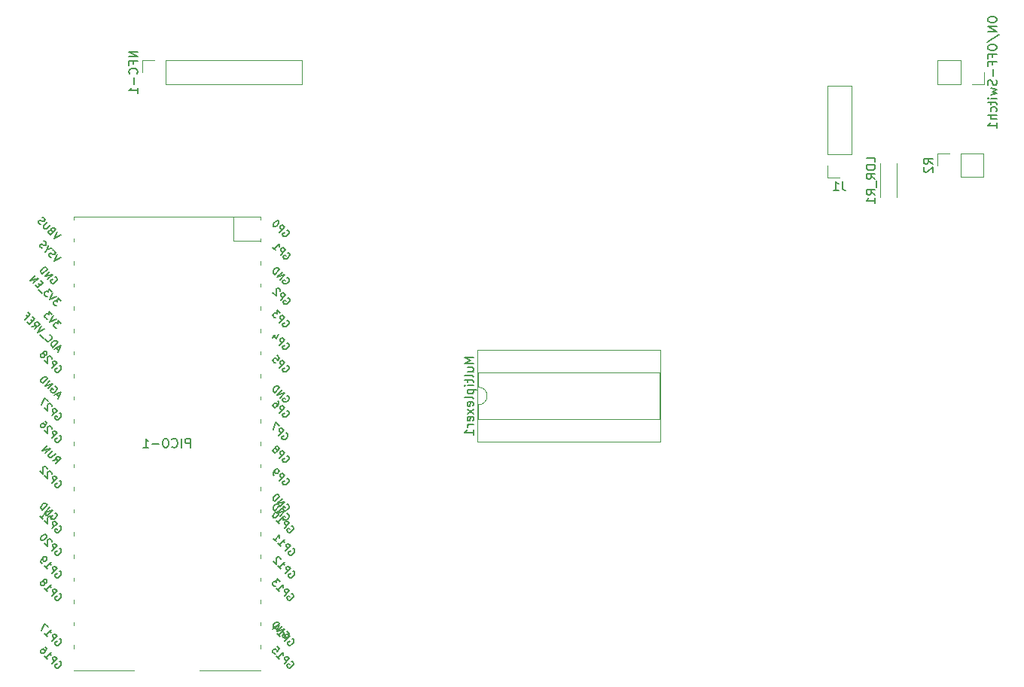
<source format=gbr>
%TF.GenerationSoftware,KiCad,Pcbnew,9.0.1*%
%TF.CreationDate,2025-04-30T14:28:43+02:00*%
%TF.ProjectId,Controller,436f6e74-726f-46c6-9c65-722e6b696361,rev?*%
%TF.SameCoordinates,Original*%
%TF.FileFunction,Legend,Bot*%
%TF.FilePolarity,Positive*%
%FSLAX46Y46*%
G04 Gerber Fmt 4.6, Leading zero omitted, Abs format (unit mm)*
G04 Created by KiCad (PCBNEW 9.0.1) date 2025-04-30 14:28:43*
%MOMM*%
%LPD*%
G01*
G04 APERTURE LIST*
%ADD10C,0.150000*%
%ADD11C,0.120000*%
G04 APERTURE END LIST*
D10*
X74334819Y-56586666D02*
X73334819Y-56586666D01*
X73334819Y-56586666D02*
X74049104Y-56919999D01*
X74049104Y-56919999D02*
X73334819Y-57253332D01*
X73334819Y-57253332D02*
X74334819Y-57253332D01*
X73668152Y-58158094D02*
X74334819Y-58158094D01*
X73668152Y-57729523D02*
X74191961Y-57729523D01*
X74191961Y-57729523D02*
X74287200Y-57777142D01*
X74287200Y-57777142D02*
X74334819Y-57872380D01*
X74334819Y-57872380D02*
X74334819Y-58015237D01*
X74334819Y-58015237D02*
X74287200Y-58110475D01*
X74287200Y-58110475D02*
X74239580Y-58158094D01*
X74334819Y-58777142D02*
X74287200Y-58681904D01*
X74287200Y-58681904D02*
X74191961Y-58634285D01*
X74191961Y-58634285D02*
X73334819Y-58634285D01*
X73668152Y-59015238D02*
X73668152Y-59396190D01*
X73334819Y-59158095D02*
X74191961Y-59158095D01*
X74191961Y-59158095D02*
X74287200Y-59205714D01*
X74287200Y-59205714D02*
X74334819Y-59300952D01*
X74334819Y-59300952D02*
X74334819Y-59396190D01*
X74334819Y-59729524D02*
X73668152Y-59729524D01*
X73334819Y-59729524D02*
X73382438Y-59681905D01*
X73382438Y-59681905D02*
X73430057Y-59729524D01*
X73430057Y-59729524D02*
X73382438Y-59777143D01*
X73382438Y-59777143D02*
X73334819Y-59729524D01*
X73334819Y-59729524D02*
X73430057Y-59729524D01*
X73668152Y-60205714D02*
X74668152Y-60205714D01*
X73715771Y-60205714D02*
X73668152Y-60300952D01*
X73668152Y-60300952D02*
X73668152Y-60491428D01*
X73668152Y-60491428D02*
X73715771Y-60586666D01*
X73715771Y-60586666D02*
X73763390Y-60634285D01*
X73763390Y-60634285D02*
X73858628Y-60681904D01*
X73858628Y-60681904D02*
X74144342Y-60681904D01*
X74144342Y-60681904D02*
X74239580Y-60634285D01*
X74239580Y-60634285D02*
X74287200Y-60586666D01*
X74287200Y-60586666D02*
X74334819Y-60491428D01*
X74334819Y-60491428D02*
X74334819Y-60300952D01*
X74334819Y-60300952D02*
X74287200Y-60205714D01*
X74334819Y-61253333D02*
X74287200Y-61158095D01*
X74287200Y-61158095D02*
X74191961Y-61110476D01*
X74191961Y-61110476D02*
X73334819Y-61110476D01*
X74287200Y-62015238D02*
X74334819Y-61920000D01*
X74334819Y-61920000D02*
X74334819Y-61729524D01*
X74334819Y-61729524D02*
X74287200Y-61634286D01*
X74287200Y-61634286D02*
X74191961Y-61586667D01*
X74191961Y-61586667D02*
X73811009Y-61586667D01*
X73811009Y-61586667D02*
X73715771Y-61634286D01*
X73715771Y-61634286D02*
X73668152Y-61729524D01*
X73668152Y-61729524D02*
X73668152Y-61920000D01*
X73668152Y-61920000D02*
X73715771Y-62015238D01*
X73715771Y-62015238D02*
X73811009Y-62062857D01*
X73811009Y-62062857D02*
X73906247Y-62062857D01*
X73906247Y-62062857D02*
X74001485Y-61586667D01*
X74334819Y-62396191D02*
X73668152Y-62920000D01*
X73668152Y-62396191D02*
X74334819Y-62920000D01*
X74287200Y-63681905D02*
X74334819Y-63586667D01*
X74334819Y-63586667D02*
X74334819Y-63396191D01*
X74334819Y-63396191D02*
X74287200Y-63300953D01*
X74287200Y-63300953D02*
X74191961Y-63253334D01*
X74191961Y-63253334D02*
X73811009Y-63253334D01*
X73811009Y-63253334D02*
X73715771Y-63300953D01*
X73715771Y-63300953D02*
X73668152Y-63396191D01*
X73668152Y-63396191D02*
X73668152Y-63586667D01*
X73668152Y-63586667D02*
X73715771Y-63681905D01*
X73715771Y-63681905D02*
X73811009Y-63729524D01*
X73811009Y-63729524D02*
X73906247Y-63729524D01*
X73906247Y-63729524D02*
X74001485Y-63253334D01*
X74334819Y-64158096D02*
X73668152Y-64158096D01*
X73858628Y-64158096D02*
X73763390Y-64205715D01*
X73763390Y-64205715D02*
X73715771Y-64253334D01*
X73715771Y-64253334D02*
X73668152Y-64348572D01*
X73668152Y-64348572D02*
X73668152Y-64443810D01*
X74334819Y-65300953D02*
X74334819Y-64729525D01*
X74334819Y-65015239D02*
X73334819Y-65015239D01*
X73334819Y-65015239D02*
X73477676Y-64920001D01*
X73477676Y-64920001D02*
X73572914Y-64824763D01*
X73572914Y-64824763D02*
X73620533Y-64729525D01*
X132184819Y-18476190D02*
X132184819Y-18666666D01*
X132184819Y-18666666D02*
X132232438Y-18761904D01*
X132232438Y-18761904D02*
X132327676Y-18857142D01*
X132327676Y-18857142D02*
X132518152Y-18904761D01*
X132518152Y-18904761D02*
X132851485Y-18904761D01*
X132851485Y-18904761D02*
X133041961Y-18857142D01*
X133041961Y-18857142D02*
X133137200Y-18761904D01*
X133137200Y-18761904D02*
X133184819Y-18666666D01*
X133184819Y-18666666D02*
X133184819Y-18476190D01*
X133184819Y-18476190D02*
X133137200Y-18380952D01*
X133137200Y-18380952D02*
X133041961Y-18285714D01*
X133041961Y-18285714D02*
X132851485Y-18238095D01*
X132851485Y-18238095D02*
X132518152Y-18238095D01*
X132518152Y-18238095D02*
X132327676Y-18285714D01*
X132327676Y-18285714D02*
X132232438Y-18380952D01*
X132232438Y-18380952D02*
X132184819Y-18476190D01*
X133184819Y-19333333D02*
X132184819Y-19333333D01*
X132184819Y-19333333D02*
X133184819Y-19904761D01*
X133184819Y-19904761D02*
X132184819Y-19904761D01*
X132137200Y-21095237D02*
X133422914Y-20238095D01*
X132184819Y-21619047D02*
X132184819Y-21809523D01*
X132184819Y-21809523D02*
X132232438Y-21904761D01*
X132232438Y-21904761D02*
X132327676Y-21999999D01*
X132327676Y-21999999D02*
X132518152Y-22047618D01*
X132518152Y-22047618D02*
X132851485Y-22047618D01*
X132851485Y-22047618D02*
X133041961Y-21999999D01*
X133041961Y-21999999D02*
X133137200Y-21904761D01*
X133137200Y-21904761D02*
X133184819Y-21809523D01*
X133184819Y-21809523D02*
X133184819Y-21619047D01*
X133184819Y-21619047D02*
X133137200Y-21523809D01*
X133137200Y-21523809D02*
X133041961Y-21428571D01*
X133041961Y-21428571D02*
X132851485Y-21380952D01*
X132851485Y-21380952D02*
X132518152Y-21380952D01*
X132518152Y-21380952D02*
X132327676Y-21428571D01*
X132327676Y-21428571D02*
X132232438Y-21523809D01*
X132232438Y-21523809D02*
X132184819Y-21619047D01*
X132661009Y-22809523D02*
X132661009Y-22476190D01*
X133184819Y-22476190D02*
X132184819Y-22476190D01*
X132184819Y-22476190D02*
X132184819Y-22952380D01*
X132661009Y-23666666D02*
X132661009Y-23333333D01*
X133184819Y-23333333D02*
X132184819Y-23333333D01*
X132184819Y-23333333D02*
X132184819Y-23809523D01*
X132803866Y-24190476D02*
X132803866Y-24952381D01*
X133137200Y-25380952D02*
X133184819Y-25523809D01*
X133184819Y-25523809D02*
X133184819Y-25761904D01*
X133184819Y-25761904D02*
X133137200Y-25857142D01*
X133137200Y-25857142D02*
X133089580Y-25904761D01*
X133089580Y-25904761D02*
X132994342Y-25952380D01*
X132994342Y-25952380D02*
X132899104Y-25952380D01*
X132899104Y-25952380D02*
X132803866Y-25904761D01*
X132803866Y-25904761D02*
X132756247Y-25857142D01*
X132756247Y-25857142D02*
X132708628Y-25761904D01*
X132708628Y-25761904D02*
X132661009Y-25571428D01*
X132661009Y-25571428D02*
X132613390Y-25476190D01*
X132613390Y-25476190D02*
X132565771Y-25428571D01*
X132565771Y-25428571D02*
X132470533Y-25380952D01*
X132470533Y-25380952D02*
X132375295Y-25380952D01*
X132375295Y-25380952D02*
X132280057Y-25428571D01*
X132280057Y-25428571D02*
X132232438Y-25476190D01*
X132232438Y-25476190D02*
X132184819Y-25571428D01*
X132184819Y-25571428D02*
X132184819Y-25809523D01*
X132184819Y-25809523D02*
X132232438Y-25952380D01*
X132518152Y-26285714D02*
X133184819Y-26476190D01*
X133184819Y-26476190D02*
X132708628Y-26666666D01*
X132708628Y-26666666D02*
X133184819Y-26857142D01*
X133184819Y-26857142D02*
X132518152Y-27047618D01*
X133184819Y-27428571D02*
X132518152Y-27428571D01*
X132184819Y-27428571D02*
X132232438Y-27380952D01*
X132232438Y-27380952D02*
X132280057Y-27428571D01*
X132280057Y-27428571D02*
X132232438Y-27476190D01*
X132232438Y-27476190D02*
X132184819Y-27428571D01*
X132184819Y-27428571D02*
X132280057Y-27428571D01*
X132518152Y-27761904D02*
X132518152Y-28142856D01*
X132184819Y-27904761D02*
X133041961Y-27904761D01*
X133041961Y-27904761D02*
X133137200Y-27952380D01*
X133137200Y-27952380D02*
X133184819Y-28047618D01*
X133184819Y-28047618D02*
X133184819Y-28142856D01*
X133137200Y-28904761D02*
X133184819Y-28809523D01*
X133184819Y-28809523D02*
X133184819Y-28619047D01*
X133184819Y-28619047D02*
X133137200Y-28523809D01*
X133137200Y-28523809D02*
X133089580Y-28476190D01*
X133089580Y-28476190D02*
X132994342Y-28428571D01*
X132994342Y-28428571D02*
X132708628Y-28428571D01*
X132708628Y-28428571D02*
X132613390Y-28476190D01*
X132613390Y-28476190D02*
X132565771Y-28523809D01*
X132565771Y-28523809D02*
X132518152Y-28619047D01*
X132518152Y-28619047D02*
X132518152Y-28809523D01*
X132518152Y-28809523D02*
X132565771Y-28904761D01*
X133184819Y-29333333D02*
X132184819Y-29333333D01*
X133184819Y-29761904D02*
X132661009Y-29761904D01*
X132661009Y-29761904D02*
X132565771Y-29714285D01*
X132565771Y-29714285D02*
X132518152Y-29619047D01*
X132518152Y-29619047D02*
X132518152Y-29476190D01*
X132518152Y-29476190D02*
X132565771Y-29380952D01*
X132565771Y-29380952D02*
X132613390Y-29333333D01*
X133184819Y-30761904D02*
X133184819Y-30190476D01*
X133184819Y-30476190D02*
X132184819Y-30476190D01*
X132184819Y-30476190D02*
X132327676Y-30380952D01*
X132327676Y-30380952D02*
X132422914Y-30285714D01*
X132422914Y-30285714D02*
X132470533Y-30190476D01*
X125974819Y-34803333D02*
X125498628Y-34470000D01*
X125974819Y-34231905D02*
X124974819Y-34231905D01*
X124974819Y-34231905D02*
X124974819Y-34612857D01*
X124974819Y-34612857D02*
X125022438Y-34708095D01*
X125022438Y-34708095D02*
X125070057Y-34755714D01*
X125070057Y-34755714D02*
X125165295Y-34803333D01*
X125165295Y-34803333D02*
X125308152Y-34803333D01*
X125308152Y-34803333D02*
X125403390Y-34755714D01*
X125403390Y-34755714D02*
X125451009Y-34708095D01*
X125451009Y-34708095D02*
X125498628Y-34612857D01*
X125498628Y-34612857D02*
X125498628Y-34231905D01*
X125070057Y-35184286D02*
X125022438Y-35231905D01*
X125022438Y-35231905D02*
X124974819Y-35327143D01*
X124974819Y-35327143D02*
X124974819Y-35565238D01*
X124974819Y-35565238D02*
X125022438Y-35660476D01*
X125022438Y-35660476D02*
X125070057Y-35708095D01*
X125070057Y-35708095D02*
X125165295Y-35755714D01*
X125165295Y-35755714D02*
X125260533Y-35755714D01*
X125260533Y-35755714D02*
X125403390Y-35708095D01*
X125403390Y-35708095D02*
X125974819Y-35136667D01*
X125974819Y-35136667D02*
X125974819Y-35755714D01*
X115833333Y-36784819D02*
X115833333Y-37499104D01*
X115833333Y-37499104D02*
X115880952Y-37641961D01*
X115880952Y-37641961D02*
X115976190Y-37737200D01*
X115976190Y-37737200D02*
X116119047Y-37784819D01*
X116119047Y-37784819D02*
X116214285Y-37784819D01*
X114833333Y-37784819D02*
X115404761Y-37784819D01*
X115119047Y-37784819D02*
X115119047Y-36784819D01*
X115119047Y-36784819D02*
X115214285Y-36927676D01*
X115214285Y-36927676D02*
X115309523Y-37022914D01*
X115309523Y-37022914D02*
X115404761Y-37070533D01*
X119534819Y-34612380D02*
X119534819Y-34136190D01*
X119534819Y-34136190D02*
X118534819Y-34136190D01*
X119534819Y-34945714D02*
X118534819Y-34945714D01*
X118534819Y-34945714D02*
X118534819Y-35183809D01*
X118534819Y-35183809D02*
X118582438Y-35326666D01*
X118582438Y-35326666D02*
X118677676Y-35421904D01*
X118677676Y-35421904D02*
X118772914Y-35469523D01*
X118772914Y-35469523D02*
X118963390Y-35517142D01*
X118963390Y-35517142D02*
X119106247Y-35517142D01*
X119106247Y-35517142D02*
X119296723Y-35469523D01*
X119296723Y-35469523D02*
X119391961Y-35421904D01*
X119391961Y-35421904D02*
X119487200Y-35326666D01*
X119487200Y-35326666D02*
X119534819Y-35183809D01*
X119534819Y-35183809D02*
X119534819Y-34945714D01*
X119534819Y-36517142D02*
X119058628Y-36183809D01*
X119534819Y-35945714D02*
X118534819Y-35945714D01*
X118534819Y-35945714D02*
X118534819Y-36326666D01*
X118534819Y-36326666D02*
X118582438Y-36421904D01*
X118582438Y-36421904D02*
X118630057Y-36469523D01*
X118630057Y-36469523D02*
X118725295Y-36517142D01*
X118725295Y-36517142D02*
X118868152Y-36517142D01*
X118868152Y-36517142D02*
X118963390Y-36469523D01*
X118963390Y-36469523D02*
X119011009Y-36421904D01*
X119011009Y-36421904D02*
X119058628Y-36326666D01*
X119058628Y-36326666D02*
X119058628Y-35945714D01*
X119630057Y-36707619D02*
X119630057Y-37469523D01*
X119534819Y-38279047D02*
X119058628Y-37945714D01*
X119534819Y-37707619D02*
X118534819Y-37707619D01*
X118534819Y-37707619D02*
X118534819Y-38088571D01*
X118534819Y-38088571D02*
X118582438Y-38183809D01*
X118582438Y-38183809D02*
X118630057Y-38231428D01*
X118630057Y-38231428D02*
X118725295Y-38279047D01*
X118725295Y-38279047D02*
X118868152Y-38279047D01*
X118868152Y-38279047D02*
X118963390Y-38231428D01*
X118963390Y-38231428D02*
X119011009Y-38183809D01*
X119011009Y-38183809D02*
X119058628Y-38088571D01*
X119058628Y-38088571D02*
X119058628Y-37707619D01*
X119534819Y-39231428D02*
X119534819Y-38660000D01*
X119534819Y-38945714D02*
X118534819Y-38945714D01*
X118534819Y-38945714D02*
X118677676Y-38850476D01*
X118677676Y-38850476D02*
X118772914Y-38755238D01*
X118772914Y-38755238D02*
X118820533Y-38660000D01*
X42499046Y-66723719D02*
X42499046Y-65723719D01*
X42499046Y-65723719D02*
X42118094Y-65723719D01*
X42118094Y-65723719D02*
X42022856Y-65771338D01*
X42022856Y-65771338D02*
X41975237Y-65818957D01*
X41975237Y-65818957D02*
X41927618Y-65914195D01*
X41927618Y-65914195D02*
X41927618Y-66057052D01*
X41927618Y-66057052D02*
X41975237Y-66152290D01*
X41975237Y-66152290D02*
X42022856Y-66199909D01*
X42022856Y-66199909D02*
X42118094Y-66247528D01*
X42118094Y-66247528D02*
X42499046Y-66247528D01*
X41499046Y-66723719D02*
X41499046Y-65723719D01*
X40451428Y-66628480D02*
X40499047Y-66676100D01*
X40499047Y-66676100D02*
X40641904Y-66723719D01*
X40641904Y-66723719D02*
X40737142Y-66723719D01*
X40737142Y-66723719D02*
X40879999Y-66676100D01*
X40879999Y-66676100D02*
X40975237Y-66580861D01*
X40975237Y-66580861D02*
X41022856Y-66485623D01*
X41022856Y-66485623D02*
X41070475Y-66295147D01*
X41070475Y-66295147D02*
X41070475Y-66152290D01*
X41070475Y-66152290D02*
X41022856Y-65961814D01*
X41022856Y-65961814D02*
X40975237Y-65866576D01*
X40975237Y-65866576D02*
X40879999Y-65771338D01*
X40879999Y-65771338D02*
X40737142Y-65723719D01*
X40737142Y-65723719D02*
X40641904Y-65723719D01*
X40641904Y-65723719D02*
X40499047Y-65771338D01*
X40499047Y-65771338D02*
X40451428Y-65818957D01*
X39832380Y-65723719D02*
X39641904Y-65723719D01*
X39641904Y-65723719D02*
X39546666Y-65771338D01*
X39546666Y-65771338D02*
X39451428Y-65866576D01*
X39451428Y-65866576D02*
X39403809Y-66057052D01*
X39403809Y-66057052D02*
X39403809Y-66390385D01*
X39403809Y-66390385D02*
X39451428Y-66580861D01*
X39451428Y-66580861D02*
X39546666Y-66676100D01*
X39546666Y-66676100D02*
X39641904Y-66723719D01*
X39641904Y-66723719D02*
X39832380Y-66723719D01*
X39832380Y-66723719D02*
X39927618Y-66676100D01*
X39927618Y-66676100D02*
X40022856Y-66580861D01*
X40022856Y-66580861D02*
X40070475Y-66390385D01*
X40070475Y-66390385D02*
X40070475Y-66057052D01*
X40070475Y-66057052D02*
X40022856Y-65866576D01*
X40022856Y-65866576D02*
X39927618Y-65771338D01*
X39927618Y-65771338D02*
X39832380Y-65723719D01*
X38975237Y-66342766D02*
X38213333Y-66342766D01*
X37213333Y-66723719D02*
X37784761Y-66723719D01*
X37499047Y-66723719D02*
X37499047Y-65723719D01*
X37499047Y-65723719D02*
X37594285Y-65866576D01*
X37594285Y-65866576D02*
X37689523Y-65961814D01*
X37689523Y-65961814D02*
X37784761Y-66009433D01*
X53266627Y-65090394D02*
X53347439Y-65117331D01*
X53347439Y-65117331D02*
X53428251Y-65198143D01*
X53428251Y-65198143D02*
X53482126Y-65305893D01*
X53482126Y-65305893D02*
X53482126Y-65413642D01*
X53482126Y-65413642D02*
X53455189Y-65494455D01*
X53455189Y-65494455D02*
X53374376Y-65629142D01*
X53374376Y-65629142D02*
X53293564Y-65709954D01*
X53293564Y-65709954D02*
X53158877Y-65790766D01*
X53158877Y-65790766D02*
X53078065Y-65817703D01*
X53078065Y-65817703D02*
X52970315Y-65817703D01*
X52970315Y-65817703D02*
X52862566Y-65763829D01*
X52862566Y-65763829D02*
X52808691Y-65709954D01*
X52808691Y-65709954D02*
X52754816Y-65602204D01*
X52754816Y-65602204D02*
X52754816Y-65548329D01*
X52754816Y-65548329D02*
X52943378Y-65359768D01*
X52943378Y-65359768D02*
X53051128Y-65467517D01*
X52458505Y-65359768D02*
X53024190Y-64794082D01*
X53024190Y-64794082D02*
X52808691Y-64578583D01*
X52808691Y-64578583D02*
X52727879Y-64551646D01*
X52727879Y-64551646D02*
X52674004Y-64551646D01*
X52674004Y-64551646D02*
X52593192Y-64578583D01*
X52593192Y-64578583D02*
X52512380Y-64659395D01*
X52512380Y-64659395D02*
X52485442Y-64740207D01*
X52485442Y-64740207D02*
X52485442Y-64794082D01*
X52485442Y-64794082D02*
X52512380Y-64874894D01*
X52512380Y-64874894D02*
X52727879Y-65090394D01*
X52512380Y-64282272D02*
X52135256Y-63905148D01*
X52135256Y-63905148D02*
X51812007Y-64713270D01*
X27782001Y-75559768D02*
X27862814Y-75586705D01*
X27862814Y-75586705D02*
X27943626Y-75667518D01*
X27943626Y-75667518D02*
X27997501Y-75775267D01*
X27997501Y-75775267D02*
X27997501Y-75883017D01*
X27997501Y-75883017D02*
X27970563Y-75963829D01*
X27970563Y-75963829D02*
X27889751Y-76098516D01*
X27889751Y-76098516D02*
X27808939Y-76179328D01*
X27808939Y-76179328D02*
X27674252Y-76260141D01*
X27674252Y-76260141D02*
X27593439Y-76287078D01*
X27593439Y-76287078D02*
X27485690Y-76287078D01*
X27485690Y-76287078D02*
X27377940Y-76233203D01*
X27377940Y-76233203D02*
X27324065Y-76179328D01*
X27324065Y-76179328D02*
X27270191Y-76071579D01*
X27270191Y-76071579D02*
X27270191Y-76017704D01*
X27270191Y-76017704D02*
X27458752Y-75829142D01*
X27458752Y-75829142D02*
X27566502Y-75936892D01*
X26973879Y-75829142D02*
X27539565Y-75263457D01*
X27539565Y-75263457D02*
X27324065Y-75047957D01*
X27324065Y-75047957D02*
X27243253Y-75021020D01*
X27243253Y-75021020D02*
X27189378Y-75021020D01*
X27189378Y-75021020D02*
X27108566Y-75047957D01*
X27108566Y-75047957D02*
X27027754Y-75128770D01*
X27027754Y-75128770D02*
X27000817Y-75209582D01*
X27000817Y-75209582D02*
X27000817Y-75263457D01*
X27000817Y-75263457D02*
X27027754Y-75344269D01*
X27027754Y-75344269D02*
X27243253Y-75559768D01*
X26946942Y-74778583D02*
X26946942Y-74724709D01*
X26946942Y-74724709D02*
X26920004Y-74643896D01*
X26920004Y-74643896D02*
X26785317Y-74509209D01*
X26785317Y-74509209D02*
X26704505Y-74482272D01*
X26704505Y-74482272D02*
X26650630Y-74482272D01*
X26650630Y-74482272D02*
X26569818Y-74509209D01*
X26569818Y-74509209D02*
X26515943Y-74563084D01*
X26515943Y-74563084D02*
X26462069Y-74670834D01*
X26462069Y-74670834D02*
X26462069Y-75317331D01*
X26462069Y-75317331D02*
X26111882Y-74967145D01*
X25573134Y-74428397D02*
X25896383Y-74751646D01*
X25734759Y-74590021D02*
X26300444Y-74024336D01*
X26300444Y-74024336D02*
X26273507Y-74159023D01*
X26273507Y-74159023D02*
X26273507Y-74266773D01*
X26273507Y-74266773D02*
X26300444Y-74347585D01*
X27782001Y-65389768D02*
X27862814Y-65416705D01*
X27862814Y-65416705D02*
X27943626Y-65497518D01*
X27943626Y-65497518D02*
X27997501Y-65605267D01*
X27997501Y-65605267D02*
X27997501Y-65713017D01*
X27997501Y-65713017D02*
X27970563Y-65793829D01*
X27970563Y-65793829D02*
X27889751Y-65928516D01*
X27889751Y-65928516D02*
X27808939Y-66009328D01*
X27808939Y-66009328D02*
X27674252Y-66090141D01*
X27674252Y-66090141D02*
X27593439Y-66117078D01*
X27593439Y-66117078D02*
X27485690Y-66117078D01*
X27485690Y-66117078D02*
X27377940Y-66063203D01*
X27377940Y-66063203D02*
X27324065Y-66009328D01*
X27324065Y-66009328D02*
X27270191Y-65901579D01*
X27270191Y-65901579D02*
X27270191Y-65847704D01*
X27270191Y-65847704D02*
X27458752Y-65659142D01*
X27458752Y-65659142D02*
X27566502Y-65766892D01*
X26973879Y-65659142D02*
X27539565Y-65093457D01*
X27539565Y-65093457D02*
X27324065Y-64877957D01*
X27324065Y-64877957D02*
X27243253Y-64851020D01*
X27243253Y-64851020D02*
X27189378Y-64851020D01*
X27189378Y-64851020D02*
X27108566Y-64877957D01*
X27108566Y-64877957D02*
X27027754Y-64958770D01*
X27027754Y-64958770D02*
X27000817Y-65039582D01*
X27000817Y-65039582D02*
X27000817Y-65093457D01*
X27000817Y-65093457D02*
X27027754Y-65174269D01*
X27027754Y-65174269D02*
X27243253Y-65389768D01*
X26946942Y-64608583D02*
X26946942Y-64554709D01*
X26946942Y-64554709D02*
X26920004Y-64473896D01*
X26920004Y-64473896D02*
X26785317Y-64339209D01*
X26785317Y-64339209D02*
X26704505Y-64312272D01*
X26704505Y-64312272D02*
X26650630Y-64312272D01*
X26650630Y-64312272D02*
X26569818Y-64339209D01*
X26569818Y-64339209D02*
X26515943Y-64393084D01*
X26515943Y-64393084D02*
X26462069Y-64500834D01*
X26462069Y-64500834D02*
X26462069Y-65147331D01*
X26462069Y-65147331D02*
X26111882Y-64797145D01*
X26192694Y-63746586D02*
X26300444Y-63854336D01*
X26300444Y-63854336D02*
X26327381Y-63935148D01*
X26327381Y-63935148D02*
X26327381Y-63989023D01*
X26327381Y-63989023D02*
X26300444Y-64123710D01*
X26300444Y-64123710D02*
X26219632Y-64258397D01*
X26219632Y-64258397D02*
X26004133Y-64473896D01*
X26004133Y-64473896D02*
X25923320Y-64500834D01*
X25923320Y-64500834D02*
X25869446Y-64500834D01*
X25869446Y-64500834D02*
X25788633Y-64473896D01*
X25788633Y-64473896D02*
X25680884Y-64366147D01*
X25680884Y-64366147D02*
X25653946Y-64285334D01*
X25653946Y-64285334D02*
X25653946Y-64231460D01*
X25653946Y-64231460D02*
X25680884Y-64150647D01*
X25680884Y-64150647D02*
X25815571Y-64015960D01*
X25815571Y-64015960D02*
X25896383Y-63989023D01*
X25896383Y-63989023D02*
X25950258Y-63989023D01*
X25950258Y-63989023D02*
X26031070Y-64015960D01*
X26031070Y-64015960D02*
X26138820Y-64123710D01*
X26138820Y-64123710D02*
X26165757Y-64204522D01*
X26165757Y-64204522D02*
X26165757Y-64258397D01*
X26165757Y-64258397D02*
X26138820Y-64339209D01*
X53393564Y-74150489D02*
X53474376Y-74177426D01*
X53474376Y-74177426D02*
X53555188Y-74258238D01*
X53555188Y-74258238D02*
X53609063Y-74365988D01*
X53609063Y-74365988D02*
X53609063Y-74473738D01*
X53609063Y-74473738D02*
X53582126Y-74554550D01*
X53582126Y-74554550D02*
X53501314Y-74689237D01*
X53501314Y-74689237D02*
X53420501Y-74770049D01*
X53420501Y-74770049D02*
X53285814Y-74850861D01*
X53285814Y-74850861D02*
X53205002Y-74877799D01*
X53205002Y-74877799D02*
X53097253Y-74877799D01*
X53097253Y-74877799D02*
X52989503Y-74823924D01*
X52989503Y-74823924D02*
X52935628Y-74770049D01*
X52935628Y-74770049D02*
X52881753Y-74662299D01*
X52881753Y-74662299D02*
X52881753Y-74608425D01*
X52881753Y-74608425D02*
X53070315Y-74419863D01*
X53070315Y-74419863D02*
X53178065Y-74527612D01*
X52585442Y-74419863D02*
X53151127Y-73854177D01*
X53151127Y-73854177D02*
X52262193Y-74096614D01*
X52262193Y-74096614D02*
X52827879Y-73530929D01*
X51992819Y-73827240D02*
X52558505Y-73261555D01*
X52558505Y-73261555D02*
X52423818Y-73126868D01*
X52423818Y-73126868D02*
X52316068Y-73072993D01*
X52316068Y-73072993D02*
X52208319Y-73072993D01*
X52208319Y-73072993D02*
X52127506Y-73099930D01*
X52127506Y-73099930D02*
X51992819Y-73180743D01*
X51992819Y-73180743D02*
X51912007Y-73261555D01*
X51912007Y-73261555D02*
X51831195Y-73396242D01*
X51831195Y-73396242D02*
X51804258Y-73477054D01*
X51804258Y-73477054D02*
X51804258Y-73584804D01*
X51804258Y-73584804D02*
X51858132Y-73692553D01*
X51858132Y-73692553D02*
X51992819Y-73827240D01*
X53890001Y-90789768D02*
X53970814Y-90816705D01*
X53970814Y-90816705D02*
X54051626Y-90897518D01*
X54051626Y-90897518D02*
X54105501Y-91005267D01*
X54105501Y-91005267D02*
X54105501Y-91113017D01*
X54105501Y-91113017D02*
X54078563Y-91193829D01*
X54078563Y-91193829D02*
X53997751Y-91328516D01*
X53997751Y-91328516D02*
X53916939Y-91409328D01*
X53916939Y-91409328D02*
X53782252Y-91490141D01*
X53782252Y-91490141D02*
X53701439Y-91517078D01*
X53701439Y-91517078D02*
X53593690Y-91517078D01*
X53593690Y-91517078D02*
X53485940Y-91463203D01*
X53485940Y-91463203D02*
X53432065Y-91409328D01*
X53432065Y-91409328D02*
X53378191Y-91301579D01*
X53378191Y-91301579D02*
X53378191Y-91247704D01*
X53378191Y-91247704D02*
X53566752Y-91059142D01*
X53566752Y-91059142D02*
X53674502Y-91166892D01*
X53081879Y-91059142D02*
X53647565Y-90493457D01*
X53647565Y-90493457D02*
X53432065Y-90277957D01*
X53432065Y-90277957D02*
X53351253Y-90251020D01*
X53351253Y-90251020D02*
X53297378Y-90251020D01*
X53297378Y-90251020D02*
X53216566Y-90277957D01*
X53216566Y-90277957D02*
X53135754Y-90358770D01*
X53135754Y-90358770D02*
X53108817Y-90439582D01*
X53108817Y-90439582D02*
X53108817Y-90493457D01*
X53108817Y-90493457D02*
X53135754Y-90574269D01*
X53135754Y-90574269D02*
X53351253Y-90789768D01*
X52219882Y-90197145D02*
X52543131Y-90520394D01*
X52381507Y-90358770D02*
X52947192Y-89793084D01*
X52947192Y-89793084D02*
X52920255Y-89927771D01*
X52920255Y-89927771D02*
X52920255Y-90035521D01*
X52920255Y-90035521D02*
X52947192Y-90116333D01*
X52273757Y-89119649D02*
X52543131Y-89389023D01*
X52543131Y-89389023D02*
X52300694Y-89685334D01*
X52300694Y-89685334D02*
X52300694Y-89631460D01*
X52300694Y-89631460D02*
X52273757Y-89550647D01*
X52273757Y-89550647D02*
X52139070Y-89415960D01*
X52139070Y-89415960D02*
X52058258Y-89389023D01*
X52058258Y-89389023D02*
X52004383Y-89389023D01*
X52004383Y-89389023D02*
X51923571Y-89415960D01*
X51923571Y-89415960D02*
X51788884Y-89550647D01*
X51788884Y-89550647D02*
X51761946Y-89631460D01*
X51761946Y-89631460D02*
X51761946Y-89685334D01*
X51761946Y-89685334D02*
X51788884Y-89766147D01*
X51788884Y-89766147D02*
X51923571Y-89900834D01*
X51923571Y-89900834D02*
X52004383Y-89927771D01*
X52004383Y-89927771D02*
X52058258Y-89927771D01*
X27782001Y-90789768D02*
X27862814Y-90816705D01*
X27862814Y-90816705D02*
X27943626Y-90897518D01*
X27943626Y-90897518D02*
X27997501Y-91005267D01*
X27997501Y-91005267D02*
X27997501Y-91113017D01*
X27997501Y-91113017D02*
X27970563Y-91193829D01*
X27970563Y-91193829D02*
X27889751Y-91328516D01*
X27889751Y-91328516D02*
X27808939Y-91409328D01*
X27808939Y-91409328D02*
X27674252Y-91490141D01*
X27674252Y-91490141D02*
X27593439Y-91517078D01*
X27593439Y-91517078D02*
X27485690Y-91517078D01*
X27485690Y-91517078D02*
X27377940Y-91463203D01*
X27377940Y-91463203D02*
X27324065Y-91409328D01*
X27324065Y-91409328D02*
X27270191Y-91301579D01*
X27270191Y-91301579D02*
X27270191Y-91247704D01*
X27270191Y-91247704D02*
X27458752Y-91059142D01*
X27458752Y-91059142D02*
X27566502Y-91166892D01*
X26973879Y-91059142D02*
X27539565Y-90493457D01*
X27539565Y-90493457D02*
X27324065Y-90277957D01*
X27324065Y-90277957D02*
X27243253Y-90251020D01*
X27243253Y-90251020D02*
X27189378Y-90251020D01*
X27189378Y-90251020D02*
X27108566Y-90277957D01*
X27108566Y-90277957D02*
X27027754Y-90358770D01*
X27027754Y-90358770D02*
X27000817Y-90439582D01*
X27000817Y-90439582D02*
X27000817Y-90493457D01*
X27000817Y-90493457D02*
X27027754Y-90574269D01*
X27027754Y-90574269D02*
X27243253Y-90789768D01*
X26111882Y-90197145D02*
X26435131Y-90520394D01*
X26273507Y-90358770D02*
X26839192Y-89793084D01*
X26839192Y-89793084D02*
X26812255Y-89927771D01*
X26812255Y-89927771D02*
X26812255Y-90035521D01*
X26812255Y-90035521D02*
X26839192Y-90116333D01*
X26192694Y-89146586D02*
X26300444Y-89254336D01*
X26300444Y-89254336D02*
X26327381Y-89335148D01*
X26327381Y-89335148D02*
X26327381Y-89389023D01*
X26327381Y-89389023D02*
X26300444Y-89523710D01*
X26300444Y-89523710D02*
X26219632Y-89658397D01*
X26219632Y-89658397D02*
X26004133Y-89873896D01*
X26004133Y-89873896D02*
X25923320Y-89900834D01*
X25923320Y-89900834D02*
X25869446Y-89900834D01*
X25869446Y-89900834D02*
X25788633Y-89873896D01*
X25788633Y-89873896D02*
X25680884Y-89766147D01*
X25680884Y-89766147D02*
X25653946Y-89685334D01*
X25653946Y-89685334D02*
X25653946Y-89631460D01*
X25653946Y-89631460D02*
X25680884Y-89550647D01*
X25680884Y-89550647D02*
X25815571Y-89415960D01*
X25815571Y-89415960D02*
X25896383Y-89389023D01*
X25896383Y-89389023D02*
X25950258Y-89389023D01*
X25950258Y-89389023D02*
X26031070Y-89415960D01*
X26031070Y-89415960D02*
X26138820Y-89523710D01*
X26138820Y-89523710D02*
X26165757Y-89604522D01*
X26165757Y-89604522D02*
X26165757Y-89658397D01*
X26165757Y-89658397D02*
X26138820Y-89739209D01*
X27959250Y-45339142D02*
X27205003Y-45716266D01*
X27205003Y-45716266D02*
X27582126Y-44962018D01*
X26881754Y-45339142D02*
X26774004Y-45285267D01*
X26774004Y-45285267D02*
X26639317Y-45150580D01*
X26639317Y-45150580D02*
X26612380Y-45069768D01*
X26612380Y-45069768D02*
X26612380Y-45015893D01*
X26612380Y-45015893D02*
X26639317Y-44935081D01*
X26639317Y-44935081D02*
X26693192Y-44881206D01*
X26693192Y-44881206D02*
X26774004Y-44854269D01*
X26774004Y-44854269D02*
X26827879Y-44854269D01*
X26827879Y-44854269D02*
X26908691Y-44881206D01*
X26908691Y-44881206D02*
X27043378Y-44962018D01*
X27043378Y-44962018D02*
X27124191Y-44988956D01*
X27124191Y-44988956D02*
X27178065Y-44988956D01*
X27178065Y-44988956D02*
X27258878Y-44962018D01*
X27258878Y-44962018D02*
X27312752Y-44908144D01*
X27312752Y-44908144D02*
X27339690Y-44827331D01*
X27339690Y-44827331D02*
X27339690Y-44773457D01*
X27339690Y-44773457D02*
X27312752Y-44692644D01*
X27312752Y-44692644D02*
X27178065Y-44557957D01*
X27178065Y-44557957D02*
X27070316Y-44504083D01*
X26450755Y-44423270D02*
X26181381Y-44692644D01*
X26935629Y-44315521D02*
X26450755Y-44423270D01*
X26450755Y-44423270D02*
X26558505Y-43938397D01*
X25858133Y-44315521D02*
X25750383Y-44261646D01*
X25750383Y-44261646D02*
X25615696Y-44126959D01*
X25615696Y-44126959D02*
X25588759Y-44046147D01*
X25588759Y-44046147D02*
X25588759Y-43992272D01*
X25588759Y-43992272D02*
X25615696Y-43911460D01*
X25615696Y-43911460D02*
X25669571Y-43857585D01*
X25669571Y-43857585D02*
X25750383Y-43830648D01*
X25750383Y-43830648D02*
X25804258Y-43830648D01*
X25804258Y-43830648D02*
X25885070Y-43857585D01*
X25885070Y-43857585D02*
X26019757Y-43938397D01*
X26019757Y-43938397D02*
X26100569Y-43965335D01*
X26100569Y-43965335D02*
X26154444Y-43965335D01*
X26154444Y-43965335D02*
X26235256Y-43938397D01*
X26235256Y-43938397D02*
X26289131Y-43884522D01*
X26289131Y-43884522D02*
X26316069Y-43803710D01*
X26316069Y-43803710D02*
X26316069Y-43749835D01*
X26316069Y-43749835D02*
X26289131Y-43669023D01*
X26289131Y-43669023D02*
X26154444Y-43534336D01*
X26154444Y-43534336D02*
X26046695Y-43480461D01*
X27989876Y-52759768D02*
X27639690Y-52409582D01*
X27639690Y-52409582D02*
X27612752Y-52813643D01*
X27612752Y-52813643D02*
X27531940Y-52732831D01*
X27531940Y-52732831D02*
X27451128Y-52705893D01*
X27451128Y-52705893D02*
X27397253Y-52705893D01*
X27397253Y-52705893D02*
X27316441Y-52732831D01*
X27316441Y-52732831D02*
X27181754Y-52867518D01*
X27181754Y-52867518D02*
X27154817Y-52948330D01*
X27154817Y-52948330D02*
X27154817Y-53002205D01*
X27154817Y-53002205D02*
X27181754Y-53083017D01*
X27181754Y-53083017D02*
X27343378Y-53244641D01*
X27343378Y-53244641D02*
X27424191Y-53271579D01*
X27424191Y-53271579D02*
X27478065Y-53271579D01*
X27478065Y-52247957D02*
X26723818Y-52625081D01*
X26723818Y-52625081D02*
X27100942Y-51870834D01*
X26966255Y-51736147D02*
X26616069Y-51385961D01*
X26616069Y-51385961D02*
X26589131Y-51790022D01*
X26589131Y-51790022D02*
X26508319Y-51709209D01*
X26508319Y-51709209D02*
X26427507Y-51682272D01*
X26427507Y-51682272D02*
X26373632Y-51682272D01*
X26373632Y-51682272D02*
X26292820Y-51709209D01*
X26292820Y-51709209D02*
X26158133Y-51843896D01*
X26158133Y-51843896D02*
X26131195Y-51924709D01*
X26131195Y-51924709D02*
X26131195Y-51978583D01*
X26131195Y-51978583D02*
X26158133Y-52059396D01*
X26158133Y-52059396D02*
X26319757Y-52221020D01*
X26319757Y-52221020D02*
X26400569Y-52247957D01*
X26400569Y-52247957D02*
X26454444Y-52247957D01*
X27782001Y-62859768D02*
X27862814Y-62886705D01*
X27862814Y-62886705D02*
X27943626Y-62967518D01*
X27943626Y-62967518D02*
X27997501Y-63075267D01*
X27997501Y-63075267D02*
X27997501Y-63183017D01*
X27997501Y-63183017D02*
X27970563Y-63263829D01*
X27970563Y-63263829D02*
X27889751Y-63398516D01*
X27889751Y-63398516D02*
X27808939Y-63479328D01*
X27808939Y-63479328D02*
X27674252Y-63560141D01*
X27674252Y-63560141D02*
X27593439Y-63587078D01*
X27593439Y-63587078D02*
X27485690Y-63587078D01*
X27485690Y-63587078D02*
X27377940Y-63533203D01*
X27377940Y-63533203D02*
X27324065Y-63479328D01*
X27324065Y-63479328D02*
X27270191Y-63371579D01*
X27270191Y-63371579D02*
X27270191Y-63317704D01*
X27270191Y-63317704D02*
X27458752Y-63129142D01*
X27458752Y-63129142D02*
X27566502Y-63236892D01*
X26973879Y-63129142D02*
X27539565Y-62563457D01*
X27539565Y-62563457D02*
X27324065Y-62347957D01*
X27324065Y-62347957D02*
X27243253Y-62321020D01*
X27243253Y-62321020D02*
X27189378Y-62321020D01*
X27189378Y-62321020D02*
X27108566Y-62347957D01*
X27108566Y-62347957D02*
X27027754Y-62428770D01*
X27027754Y-62428770D02*
X27000817Y-62509582D01*
X27000817Y-62509582D02*
X27000817Y-62563457D01*
X27000817Y-62563457D02*
X27027754Y-62644269D01*
X27027754Y-62644269D02*
X27243253Y-62859768D01*
X26946942Y-62078583D02*
X26946942Y-62024709D01*
X26946942Y-62024709D02*
X26920004Y-61943896D01*
X26920004Y-61943896D02*
X26785317Y-61809209D01*
X26785317Y-61809209D02*
X26704505Y-61782272D01*
X26704505Y-61782272D02*
X26650630Y-61782272D01*
X26650630Y-61782272D02*
X26569818Y-61809209D01*
X26569818Y-61809209D02*
X26515943Y-61863084D01*
X26515943Y-61863084D02*
X26462069Y-61970834D01*
X26462069Y-61970834D02*
X26462069Y-62617331D01*
X26462069Y-62617331D02*
X26111882Y-62267145D01*
X26489006Y-61512898D02*
X26111882Y-61135774D01*
X26111882Y-61135774D02*
X25788633Y-61943896D01*
X53366627Y-42260394D02*
X53447439Y-42287331D01*
X53447439Y-42287331D02*
X53528251Y-42368143D01*
X53528251Y-42368143D02*
X53582126Y-42475893D01*
X53582126Y-42475893D02*
X53582126Y-42583642D01*
X53582126Y-42583642D02*
X53555189Y-42664455D01*
X53555189Y-42664455D02*
X53474376Y-42799142D01*
X53474376Y-42799142D02*
X53393564Y-42879954D01*
X53393564Y-42879954D02*
X53258877Y-42960766D01*
X53258877Y-42960766D02*
X53178065Y-42987703D01*
X53178065Y-42987703D02*
X53070315Y-42987703D01*
X53070315Y-42987703D02*
X52962566Y-42933829D01*
X52962566Y-42933829D02*
X52908691Y-42879954D01*
X52908691Y-42879954D02*
X52854816Y-42772204D01*
X52854816Y-42772204D02*
X52854816Y-42718329D01*
X52854816Y-42718329D02*
X53043378Y-42529768D01*
X53043378Y-42529768D02*
X53151128Y-42637517D01*
X52558505Y-42529768D02*
X53124190Y-41964082D01*
X53124190Y-41964082D02*
X52908691Y-41748583D01*
X52908691Y-41748583D02*
X52827879Y-41721646D01*
X52827879Y-41721646D02*
X52774004Y-41721646D01*
X52774004Y-41721646D02*
X52693192Y-41748583D01*
X52693192Y-41748583D02*
X52612380Y-41829395D01*
X52612380Y-41829395D02*
X52585442Y-41910207D01*
X52585442Y-41910207D02*
X52585442Y-41964082D01*
X52585442Y-41964082D02*
X52612380Y-42044894D01*
X52612380Y-42044894D02*
X52827879Y-42260394D01*
X52450755Y-41290647D02*
X52396880Y-41236772D01*
X52396880Y-41236772D02*
X52316068Y-41209835D01*
X52316068Y-41209835D02*
X52262193Y-41209835D01*
X52262193Y-41209835D02*
X52181381Y-41236772D01*
X52181381Y-41236772D02*
X52046694Y-41317585D01*
X52046694Y-41317585D02*
X51912007Y-41452272D01*
X51912007Y-41452272D02*
X51831195Y-41586959D01*
X51831195Y-41586959D02*
X51804258Y-41667771D01*
X51804258Y-41667771D02*
X51804258Y-41721646D01*
X51804258Y-41721646D02*
X51831195Y-41802458D01*
X51831195Y-41802458D02*
X51885070Y-41856333D01*
X51885070Y-41856333D02*
X51965882Y-41883270D01*
X51965882Y-41883270D02*
X52019757Y-41883270D01*
X52019757Y-41883270D02*
X52100569Y-41856333D01*
X52100569Y-41856333D02*
X52235256Y-41775520D01*
X52235256Y-41775520D02*
X52369943Y-41640833D01*
X52369943Y-41640833D02*
X52450755Y-41506146D01*
X52450755Y-41506146D02*
X52477693Y-41425334D01*
X52477693Y-41425334D02*
X52477693Y-41371459D01*
X52477693Y-41371459D02*
X52450755Y-41290647D01*
X27957592Y-50227484D02*
X27607406Y-49877298D01*
X27607406Y-49877298D02*
X27580468Y-50281359D01*
X27580468Y-50281359D02*
X27499656Y-50200546D01*
X27499656Y-50200546D02*
X27418844Y-50173609D01*
X27418844Y-50173609D02*
X27364969Y-50173609D01*
X27364969Y-50173609D02*
X27284157Y-50200546D01*
X27284157Y-50200546D02*
X27149470Y-50335233D01*
X27149470Y-50335233D02*
X27122532Y-50416046D01*
X27122532Y-50416046D02*
X27122532Y-50469920D01*
X27122532Y-50469920D02*
X27149470Y-50550733D01*
X27149470Y-50550733D02*
X27311094Y-50712357D01*
X27311094Y-50712357D02*
X27391906Y-50739294D01*
X27391906Y-50739294D02*
X27445781Y-50739294D01*
X27445781Y-49715673D02*
X26691534Y-50092797D01*
X26691534Y-50092797D02*
X27068657Y-49338549D01*
X26933971Y-49203863D02*
X26583784Y-48853676D01*
X26583784Y-48853676D02*
X26556847Y-49257737D01*
X26556847Y-49257737D02*
X26476035Y-49176925D01*
X26476035Y-49176925D02*
X26395223Y-49149988D01*
X26395223Y-49149988D02*
X26341348Y-49149988D01*
X26341348Y-49149988D02*
X26260535Y-49176925D01*
X26260535Y-49176925D02*
X26125848Y-49311612D01*
X26125848Y-49311612D02*
X26098911Y-49392424D01*
X26098911Y-49392424D02*
X26098911Y-49446299D01*
X26098911Y-49446299D02*
X26125848Y-49527111D01*
X26125848Y-49527111D02*
X26287473Y-49688736D01*
X26287473Y-49688736D02*
X26368285Y-49715673D01*
X26368285Y-49715673D02*
X26422160Y-49715673D01*
X25856474Y-49365487D02*
X25425476Y-48934488D01*
X25640975Y-48449615D02*
X25452413Y-48261053D01*
X25075290Y-48476552D02*
X25344664Y-48745926D01*
X25344664Y-48745926D02*
X25910349Y-48180241D01*
X25910349Y-48180241D02*
X25640975Y-47910867D01*
X24832853Y-48234115D02*
X25398538Y-47668430D01*
X25398538Y-47668430D02*
X24509604Y-47910867D01*
X24509604Y-47910867D02*
X25075289Y-47345181D01*
X27782001Y-57515768D02*
X27862814Y-57542705D01*
X27862814Y-57542705D02*
X27943626Y-57623518D01*
X27943626Y-57623518D02*
X27997501Y-57731267D01*
X27997501Y-57731267D02*
X27997501Y-57839017D01*
X27997501Y-57839017D02*
X27970563Y-57919829D01*
X27970563Y-57919829D02*
X27889751Y-58054516D01*
X27889751Y-58054516D02*
X27808939Y-58135328D01*
X27808939Y-58135328D02*
X27674252Y-58216141D01*
X27674252Y-58216141D02*
X27593439Y-58243078D01*
X27593439Y-58243078D02*
X27485690Y-58243078D01*
X27485690Y-58243078D02*
X27377940Y-58189203D01*
X27377940Y-58189203D02*
X27324065Y-58135328D01*
X27324065Y-58135328D02*
X27270191Y-58027579D01*
X27270191Y-58027579D02*
X27270191Y-57973704D01*
X27270191Y-57973704D02*
X27458752Y-57785142D01*
X27458752Y-57785142D02*
X27566502Y-57892892D01*
X26973879Y-57785142D02*
X27539565Y-57219457D01*
X27539565Y-57219457D02*
X27324065Y-57003957D01*
X27324065Y-57003957D02*
X27243253Y-56977020D01*
X27243253Y-56977020D02*
X27189378Y-56977020D01*
X27189378Y-56977020D02*
X27108566Y-57003957D01*
X27108566Y-57003957D02*
X27027754Y-57084770D01*
X27027754Y-57084770D02*
X27000817Y-57165582D01*
X27000817Y-57165582D02*
X27000817Y-57219457D01*
X27000817Y-57219457D02*
X27027754Y-57300269D01*
X27027754Y-57300269D02*
X27243253Y-57515768D01*
X26946942Y-56734583D02*
X26946942Y-56680709D01*
X26946942Y-56680709D02*
X26920004Y-56599896D01*
X26920004Y-56599896D02*
X26785317Y-56465209D01*
X26785317Y-56465209D02*
X26704505Y-56438272D01*
X26704505Y-56438272D02*
X26650630Y-56438272D01*
X26650630Y-56438272D02*
X26569818Y-56465209D01*
X26569818Y-56465209D02*
X26515943Y-56519084D01*
X26515943Y-56519084D02*
X26462069Y-56626834D01*
X26462069Y-56626834D02*
X26462069Y-57273331D01*
X26462069Y-57273331D02*
X26111882Y-56923145D01*
X26111882Y-56276647D02*
X26192694Y-56303585D01*
X26192694Y-56303585D02*
X26246569Y-56303585D01*
X26246569Y-56303585D02*
X26327381Y-56276647D01*
X26327381Y-56276647D02*
X26354319Y-56249710D01*
X26354319Y-56249710D02*
X26381256Y-56168898D01*
X26381256Y-56168898D02*
X26381256Y-56115023D01*
X26381256Y-56115023D02*
X26354319Y-56034211D01*
X26354319Y-56034211D02*
X26246569Y-55926461D01*
X26246569Y-55926461D02*
X26165757Y-55899524D01*
X26165757Y-55899524D02*
X26111882Y-55899524D01*
X26111882Y-55899524D02*
X26031070Y-55926461D01*
X26031070Y-55926461D02*
X26004133Y-55953399D01*
X26004133Y-55953399D02*
X25977195Y-56034211D01*
X25977195Y-56034211D02*
X25977195Y-56088086D01*
X25977195Y-56088086D02*
X26004133Y-56168898D01*
X26004133Y-56168898D02*
X26111882Y-56276647D01*
X26111882Y-56276647D02*
X26138820Y-56357460D01*
X26138820Y-56357460D02*
X26138820Y-56411334D01*
X26138820Y-56411334D02*
X26111882Y-56492147D01*
X26111882Y-56492147D02*
X26004133Y-56599896D01*
X26004133Y-56599896D02*
X25923320Y-56626834D01*
X25923320Y-56626834D02*
X25869446Y-56626834D01*
X25869446Y-56626834D02*
X25788633Y-56599896D01*
X25788633Y-56599896D02*
X25680884Y-56492147D01*
X25680884Y-56492147D02*
X25653946Y-56411334D01*
X25653946Y-56411334D02*
X25653946Y-56357460D01*
X25653946Y-56357460D02*
X25680884Y-56276647D01*
X25680884Y-56276647D02*
X25788633Y-56168898D01*
X25788633Y-56168898D02*
X25869446Y-56141960D01*
X25869446Y-56141960D02*
X25923320Y-56141960D01*
X25923320Y-56141960D02*
X26004133Y-56168898D01*
X53393564Y-73108383D02*
X53474376Y-73135320D01*
X53474376Y-73135320D02*
X53555188Y-73216132D01*
X53555188Y-73216132D02*
X53609063Y-73323882D01*
X53609063Y-73323882D02*
X53609063Y-73431632D01*
X53609063Y-73431632D02*
X53582126Y-73512444D01*
X53582126Y-73512444D02*
X53501314Y-73647131D01*
X53501314Y-73647131D02*
X53420501Y-73727943D01*
X53420501Y-73727943D02*
X53285814Y-73808755D01*
X53285814Y-73808755D02*
X53205002Y-73835693D01*
X53205002Y-73835693D02*
X53097253Y-73835693D01*
X53097253Y-73835693D02*
X52989503Y-73781818D01*
X52989503Y-73781818D02*
X52935628Y-73727943D01*
X52935628Y-73727943D02*
X52881753Y-73620193D01*
X52881753Y-73620193D02*
X52881753Y-73566319D01*
X52881753Y-73566319D02*
X53070315Y-73377757D01*
X53070315Y-73377757D02*
X53178065Y-73485506D01*
X52585442Y-73377757D02*
X53151127Y-72812071D01*
X53151127Y-72812071D02*
X52262193Y-73054508D01*
X52262193Y-73054508D02*
X52827879Y-72488823D01*
X51992819Y-72785134D02*
X52558505Y-72219449D01*
X52558505Y-72219449D02*
X52423818Y-72084762D01*
X52423818Y-72084762D02*
X52316068Y-72030887D01*
X52316068Y-72030887D02*
X52208319Y-72030887D01*
X52208319Y-72030887D02*
X52127506Y-72057824D01*
X52127506Y-72057824D02*
X51992819Y-72138637D01*
X51992819Y-72138637D02*
X51912007Y-72219449D01*
X51912007Y-72219449D02*
X51831195Y-72354136D01*
X51831195Y-72354136D02*
X51804258Y-72434948D01*
X51804258Y-72434948D02*
X51804258Y-72542698D01*
X51804258Y-72542698D02*
X51858132Y-72650447D01*
X51858132Y-72650447D02*
X51992819Y-72785134D01*
X53366627Y-70200394D02*
X53447439Y-70227331D01*
X53447439Y-70227331D02*
X53528251Y-70308143D01*
X53528251Y-70308143D02*
X53582126Y-70415893D01*
X53582126Y-70415893D02*
X53582126Y-70523642D01*
X53582126Y-70523642D02*
X53555189Y-70604455D01*
X53555189Y-70604455D02*
X53474376Y-70739142D01*
X53474376Y-70739142D02*
X53393564Y-70819954D01*
X53393564Y-70819954D02*
X53258877Y-70900766D01*
X53258877Y-70900766D02*
X53178065Y-70927703D01*
X53178065Y-70927703D02*
X53070315Y-70927703D01*
X53070315Y-70927703D02*
X52962566Y-70873829D01*
X52962566Y-70873829D02*
X52908691Y-70819954D01*
X52908691Y-70819954D02*
X52854816Y-70712204D01*
X52854816Y-70712204D02*
X52854816Y-70658329D01*
X52854816Y-70658329D02*
X53043378Y-70469768D01*
X53043378Y-70469768D02*
X53151128Y-70577517D01*
X52558505Y-70469768D02*
X53124190Y-69904082D01*
X53124190Y-69904082D02*
X52908691Y-69688583D01*
X52908691Y-69688583D02*
X52827879Y-69661646D01*
X52827879Y-69661646D02*
X52774004Y-69661646D01*
X52774004Y-69661646D02*
X52693192Y-69688583D01*
X52693192Y-69688583D02*
X52612380Y-69769395D01*
X52612380Y-69769395D02*
X52585442Y-69850207D01*
X52585442Y-69850207D02*
X52585442Y-69904082D01*
X52585442Y-69904082D02*
X52612380Y-69984894D01*
X52612380Y-69984894D02*
X52827879Y-70200394D01*
X51965882Y-69877145D02*
X51858132Y-69769395D01*
X51858132Y-69769395D02*
X51831195Y-69688583D01*
X51831195Y-69688583D02*
X51831195Y-69634708D01*
X51831195Y-69634708D02*
X51858132Y-69500021D01*
X51858132Y-69500021D02*
X51938945Y-69365334D01*
X51938945Y-69365334D02*
X52154444Y-69149835D01*
X52154444Y-69149835D02*
X52235256Y-69122898D01*
X52235256Y-69122898D02*
X52289131Y-69122898D01*
X52289131Y-69122898D02*
X52369943Y-69149835D01*
X52369943Y-69149835D02*
X52477693Y-69257585D01*
X52477693Y-69257585D02*
X52504630Y-69338397D01*
X52504630Y-69338397D02*
X52504630Y-69392272D01*
X52504630Y-69392272D02*
X52477693Y-69473084D01*
X52477693Y-69473084D02*
X52343006Y-69607771D01*
X52343006Y-69607771D02*
X52262193Y-69634708D01*
X52262193Y-69634708D02*
X52208319Y-69634708D01*
X52208319Y-69634708D02*
X52127506Y-69607771D01*
X52127506Y-69607771D02*
X52019757Y-69500021D01*
X52019757Y-69500021D02*
X51992819Y-69419209D01*
X51992819Y-69419209D02*
X51992819Y-69365334D01*
X51992819Y-69365334D02*
X52019757Y-69284522D01*
X53466627Y-49880394D02*
X53547439Y-49907331D01*
X53547439Y-49907331D02*
X53628251Y-49988143D01*
X53628251Y-49988143D02*
X53682126Y-50095893D01*
X53682126Y-50095893D02*
X53682126Y-50203642D01*
X53682126Y-50203642D02*
X53655189Y-50284455D01*
X53655189Y-50284455D02*
X53574376Y-50419142D01*
X53574376Y-50419142D02*
X53493564Y-50499954D01*
X53493564Y-50499954D02*
X53358877Y-50580766D01*
X53358877Y-50580766D02*
X53278065Y-50607703D01*
X53278065Y-50607703D02*
X53170315Y-50607703D01*
X53170315Y-50607703D02*
X53062566Y-50553829D01*
X53062566Y-50553829D02*
X53008691Y-50499954D01*
X53008691Y-50499954D02*
X52954816Y-50392204D01*
X52954816Y-50392204D02*
X52954816Y-50338329D01*
X52954816Y-50338329D02*
X53143378Y-50149768D01*
X53143378Y-50149768D02*
X53251128Y-50257517D01*
X52658505Y-50149768D02*
X53224190Y-49584082D01*
X53224190Y-49584082D02*
X53008691Y-49368583D01*
X53008691Y-49368583D02*
X52927879Y-49341646D01*
X52927879Y-49341646D02*
X52874004Y-49341646D01*
X52874004Y-49341646D02*
X52793192Y-49368583D01*
X52793192Y-49368583D02*
X52712380Y-49449395D01*
X52712380Y-49449395D02*
X52685442Y-49530207D01*
X52685442Y-49530207D02*
X52685442Y-49584082D01*
X52685442Y-49584082D02*
X52712380Y-49664894D01*
X52712380Y-49664894D02*
X52927879Y-49880394D01*
X52631567Y-49099209D02*
X52631567Y-49045334D01*
X52631567Y-49045334D02*
X52604630Y-48964522D01*
X52604630Y-48964522D02*
X52469943Y-48829835D01*
X52469943Y-48829835D02*
X52389131Y-48802898D01*
X52389131Y-48802898D02*
X52335256Y-48802898D01*
X52335256Y-48802898D02*
X52254444Y-48829835D01*
X52254444Y-48829835D02*
X52200569Y-48883710D01*
X52200569Y-48883710D02*
X52146694Y-48991459D01*
X52146694Y-48991459D02*
X52146694Y-49637957D01*
X52146694Y-49637957D02*
X51796508Y-49287771D01*
X27041348Y-68212610D02*
X27499283Y-68131798D01*
X27364596Y-68535859D02*
X27930282Y-67970174D01*
X27930282Y-67970174D02*
X27714783Y-67754675D01*
X27714783Y-67754675D02*
X27633970Y-67727737D01*
X27633970Y-67727737D02*
X27580096Y-67727737D01*
X27580096Y-67727737D02*
X27499283Y-67754675D01*
X27499283Y-67754675D02*
X27418471Y-67835487D01*
X27418471Y-67835487D02*
X27391534Y-67916299D01*
X27391534Y-67916299D02*
X27391534Y-67970174D01*
X27391534Y-67970174D02*
X27418471Y-68050986D01*
X27418471Y-68050986D02*
X27633970Y-68266485D01*
X27364596Y-67404488D02*
X26906661Y-67862424D01*
X26906661Y-67862424D02*
X26825848Y-67889362D01*
X26825848Y-67889362D02*
X26771974Y-67889362D01*
X26771974Y-67889362D02*
X26691161Y-67862424D01*
X26691161Y-67862424D02*
X26583412Y-67754675D01*
X26583412Y-67754675D02*
X26556474Y-67673862D01*
X26556474Y-67673862D02*
X26556474Y-67619988D01*
X26556474Y-67619988D02*
X26583412Y-67539175D01*
X26583412Y-67539175D02*
X27041348Y-67081240D01*
X26206288Y-67377551D02*
X26771974Y-66811866D01*
X26771974Y-66811866D02*
X25883040Y-67054302D01*
X25883040Y-67054302D02*
X26448725Y-66488617D01*
X53366627Y-57500394D02*
X53447439Y-57527331D01*
X53447439Y-57527331D02*
X53528251Y-57608143D01*
X53528251Y-57608143D02*
X53582126Y-57715893D01*
X53582126Y-57715893D02*
X53582126Y-57823642D01*
X53582126Y-57823642D02*
X53555189Y-57904455D01*
X53555189Y-57904455D02*
X53474376Y-58039142D01*
X53474376Y-58039142D02*
X53393564Y-58119954D01*
X53393564Y-58119954D02*
X53258877Y-58200766D01*
X53258877Y-58200766D02*
X53178065Y-58227703D01*
X53178065Y-58227703D02*
X53070315Y-58227703D01*
X53070315Y-58227703D02*
X52962566Y-58173829D01*
X52962566Y-58173829D02*
X52908691Y-58119954D01*
X52908691Y-58119954D02*
X52854816Y-58012204D01*
X52854816Y-58012204D02*
X52854816Y-57958329D01*
X52854816Y-57958329D02*
X53043378Y-57769768D01*
X53043378Y-57769768D02*
X53151128Y-57877517D01*
X52558505Y-57769768D02*
X53124190Y-57204082D01*
X53124190Y-57204082D02*
X52908691Y-56988583D01*
X52908691Y-56988583D02*
X52827879Y-56961646D01*
X52827879Y-56961646D02*
X52774004Y-56961646D01*
X52774004Y-56961646D02*
X52693192Y-56988583D01*
X52693192Y-56988583D02*
X52612380Y-57069395D01*
X52612380Y-57069395D02*
X52585442Y-57150207D01*
X52585442Y-57150207D02*
X52585442Y-57204082D01*
X52585442Y-57204082D02*
X52612380Y-57284894D01*
X52612380Y-57284894D02*
X52827879Y-57500394D01*
X52289131Y-56369023D02*
X52558505Y-56638397D01*
X52558505Y-56638397D02*
X52316068Y-56934708D01*
X52316068Y-56934708D02*
X52316068Y-56880833D01*
X52316068Y-56880833D02*
X52289131Y-56800021D01*
X52289131Y-56800021D02*
X52154444Y-56665334D01*
X52154444Y-56665334D02*
X52073632Y-56638397D01*
X52073632Y-56638397D02*
X52019757Y-56638397D01*
X52019757Y-56638397D02*
X51938945Y-56665334D01*
X51938945Y-56665334D02*
X51804258Y-56800021D01*
X51804258Y-56800021D02*
X51777320Y-56880833D01*
X51777320Y-56880833D02*
X51777320Y-56934708D01*
X51777320Y-56934708D02*
X51804258Y-57015520D01*
X51804258Y-57015520D02*
X51938945Y-57150207D01*
X51938945Y-57150207D02*
X52019757Y-57177145D01*
X52019757Y-57177145D02*
X52073632Y-57177145D01*
X27782001Y-83169768D02*
X27862814Y-83196705D01*
X27862814Y-83196705D02*
X27943626Y-83277518D01*
X27943626Y-83277518D02*
X27997501Y-83385267D01*
X27997501Y-83385267D02*
X27997501Y-83493017D01*
X27997501Y-83493017D02*
X27970563Y-83573829D01*
X27970563Y-83573829D02*
X27889751Y-83708516D01*
X27889751Y-83708516D02*
X27808939Y-83789328D01*
X27808939Y-83789328D02*
X27674252Y-83870141D01*
X27674252Y-83870141D02*
X27593439Y-83897078D01*
X27593439Y-83897078D02*
X27485690Y-83897078D01*
X27485690Y-83897078D02*
X27377940Y-83843203D01*
X27377940Y-83843203D02*
X27324065Y-83789328D01*
X27324065Y-83789328D02*
X27270191Y-83681579D01*
X27270191Y-83681579D02*
X27270191Y-83627704D01*
X27270191Y-83627704D02*
X27458752Y-83439142D01*
X27458752Y-83439142D02*
X27566502Y-83546892D01*
X26973879Y-83439142D02*
X27539565Y-82873457D01*
X27539565Y-82873457D02*
X27324065Y-82657957D01*
X27324065Y-82657957D02*
X27243253Y-82631020D01*
X27243253Y-82631020D02*
X27189378Y-82631020D01*
X27189378Y-82631020D02*
X27108566Y-82657957D01*
X27108566Y-82657957D02*
X27027754Y-82738770D01*
X27027754Y-82738770D02*
X27000817Y-82819582D01*
X27000817Y-82819582D02*
X27000817Y-82873457D01*
X27000817Y-82873457D02*
X27027754Y-82954269D01*
X27027754Y-82954269D02*
X27243253Y-83169768D01*
X26111882Y-82577145D02*
X26435131Y-82900394D01*
X26273507Y-82738770D02*
X26839192Y-82173084D01*
X26839192Y-82173084D02*
X26812255Y-82307771D01*
X26812255Y-82307771D02*
X26812255Y-82415521D01*
X26812255Y-82415521D02*
X26839192Y-82496333D01*
X26111882Y-81930647D02*
X26192694Y-81957585D01*
X26192694Y-81957585D02*
X26246569Y-81957585D01*
X26246569Y-81957585D02*
X26327381Y-81930647D01*
X26327381Y-81930647D02*
X26354319Y-81903710D01*
X26354319Y-81903710D02*
X26381256Y-81822898D01*
X26381256Y-81822898D02*
X26381256Y-81769023D01*
X26381256Y-81769023D02*
X26354319Y-81688211D01*
X26354319Y-81688211D02*
X26246569Y-81580461D01*
X26246569Y-81580461D02*
X26165757Y-81553524D01*
X26165757Y-81553524D02*
X26111882Y-81553524D01*
X26111882Y-81553524D02*
X26031070Y-81580461D01*
X26031070Y-81580461D02*
X26004133Y-81607399D01*
X26004133Y-81607399D02*
X25977195Y-81688211D01*
X25977195Y-81688211D02*
X25977195Y-81742086D01*
X25977195Y-81742086D02*
X26004133Y-81822898D01*
X26004133Y-81822898D02*
X26111882Y-81930647D01*
X26111882Y-81930647D02*
X26138820Y-82011460D01*
X26138820Y-82011460D02*
X26138820Y-82065334D01*
X26138820Y-82065334D02*
X26111882Y-82146147D01*
X26111882Y-82146147D02*
X26004133Y-82253896D01*
X26004133Y-82253896D02*
X25923320Y-82280834D01*
X25923320Y-82280834D02*
X25869446Y-82280834D01*
X25869446Y-82280834D02*
X25788633Y-82253896D01*
X25788633Y-82253896D02*
X25680884Y-82146147D01*
X25680884Y-82146147D02*
X25653946Y-82065334D01*
X25653946Y-82065334D02*
X25653946Y-82011460D01*
X25653946Y-82011460D02*
X25680884Y-81930647D01*
X25680884Y-81930647D02*
X25788633Y-81822898D01*
X25788633Y-81822898D02*
X25869446Y-81795960D01*
X25869446Y-81795960D02*
X25923320Y-81795960D01*
X25923320Y-81795960D02*
X26004133Y-81822898D01*
X53366627Y-62580394D02*
X53447439Y-62607331D01*
X53447439Y-62607331D02*
X53528251Y-62688143D01*
X53528251Y-62688143D02*
X53582126Y-62795893D01*
X53582126Y-62795893D02*
X53582126Y-62903642D01*
X53582126Y-62903642D02*
X53555189Y-62984455D01*
X53555189Y-62984455D02*
X53474376Y-63119142D01*
X53474376Y-63119142D02*
X53393564Y-63199954D01*
X53393564Y-63199954D02*
X53258877Y-63280766D01*
X53258877Y-63280766D02*
X53178065Y-63307703D01*
X53178065Y-63307703D02*
X53070315Y-63307703D01*
X53070315Y-63307703D02*
X52962566Y-63253829D01*
X52962566Y-63253829D02*
X52908691Y-63199954D01*
X52908691Y-63199954D02*
X52854816Y-63092204D01*
X52854816Y-63092204D02*
X52854816Y-63038329D01*
X52854816Y-63038329D02*
X53043378Y-62849768D01*
X53043378Y-62849768D02*
X53151128Y-62957517D01*
X52558505Y-62849768D02*
X53124190Y-62284082D01*
X53124190Y-62284082D02*
X52908691Y-62068583D01*
X52908691Y-62068583D02*
X52827879Y-62041646D01*
X52827879Y-62041646D02*
X52774004Y-62041646D01*
X52774004Y-62041646D02*
X52693192Y-62068583D01*
X52693192Y-62068583D02*
X52612380Y-62149395D01*
X52612380Y-62149395D02*
X52585442Y-62230207D01*
X52585442Y-62230207D02*
X52585442Y-62284082D01*
X52585442Y-62284082D02*
X52612380Y-62364894D01*
X52612380Y-62364894D02*
X52827879Y-62580394D01*
X52316068Y-61475960D02*
X52423818Y-61583710D01*
X52423818Y-61583710D02*
X52450755Y-61664522D01*
X52450755Y-61664522D02*
X52450755Y-61718397D01*
X52450755Y-61718397D02*
X52423818Y-61853084D01*
X52423818Y-61853084D02*
X52343006Y-61987771D01*
X52343006Y-61987771D02*
X52127506Y-62203270D01*
X52127506Y-62203270D02*
X52046694Y-62230207D01*
X52046694Y-62230207D02*
X51992819Y-62230207D01*
X51992819Y-62230207D02*
X51912007Y-62203270D01*
X51912007Y-62203270D02*
X51804258Y-62095520D01*
X51804258Y-62095520D02*
X51777320Y-62014708D01*
X51777320Y-62014708D02*
X51777320Y-61960833D01*
X51777320Y-61960833D02*
X51804258Y-61880021D01*
X51804258Y-61880021D02*
X51938945Y-61745334D01*
X51938945Y-61745334D02*
X52019757Y-61718397D01*
X52019757Y-61718397D02*
X52073632Y-61718397D01*
X52073632Y-61718397D02*
X52154444Y-61745334D01*
X52154444Y-61745334D02*
X52262193Y-61853084D01*
X52262193Y-61853084D02*
X52289131Y-61933896D01*
X52289131Y-61933896D02*
X52289131Y-61987771D01*
X52289131Y-61987771D02*
X52262193Y-62068583D01*
X53393564Y-47597856D02*
X53474376Y-47624793D01*
X53474376Y-47624793D02*
X53555188Y-47705605D01*
X53555188Y-47705605D02*
X53609063Y-47813355D01*
X53609063Y-47813355D02*
X53609063Y-47921105D01*
X53609063Y-47921105D02*
X53582126Y-48001917D01*
X53582126Y-48001917D02*
X53501314Y-48136604D01*
X53501314Y-48136604D02*
X53420501Y-48217416D01*
X53420501Y-48217416D02*
X53285814Y-48298228D01*
X53285814Y-48298228D02*
X53205002Y-48325166D01*
X53205002Y-48325166D02*
X53097253Y-48325166D01*
X53097253Y-48325166D02*
X52989503Y-48271291D01*
X52989503Y-48271291D02*
X52935628Y-48217416D01*
X52935628Y-48217416D02*
X52881753Y-48109666D01*
X52881753Y-48109666D02*
X52881753Y-48055792D01*
X52881753Y-48055792D02*
X53070315Y-47867230D01*
X53070315Y-47867230D02*
X53178065Y-47974979D01*
X52585442Y-47867230D02*
X53151127Y-47301544D01*
X53151127Y-47301544D02*
X52262193Y-47543981D01*
X52262193Y-47543981D02*
X52827879Y-46978296D01*
X51992819Y-47274607D02*
X52558505Y-46708922D01*
X52558505Y-46708922D02*
X52423818Y-46574235D01*
X52423818Y-46574235D02*
X52316068Y-46520360D01*
X52316068Y-46520360D02*
X52208319Y-46520360D01*
X52208319Y-46520360D02*
X52127506Y-46547297D01*
X52127506Y-46547297D02*
X51992819Y-46628110D01*
X51992819Y-46628110D02*
X51912007Y-46708922D01*
X51912007Y-46708922D02*
X51831195Y-46843609D01*
X51831195Y-46843609D02*
X51804258Y-46924421D01*
X51804258Y-46924421D02*
X51804258Y-47032171D01*
X51804258Y-47032171D02*
X51858132Y-47139920D01*
X51858132Y-47139920D02*
X51992819Y-47274607D01*
X27782001Y-80629768D02*
X27862814Y-80656705D01*
X27862814Y-80656705D02*
X27943626Y-80737518D01*
X27943626Y-80737518D02*
X27997501Y-80845267D01*
X27997501Y-80845267D02*
X27997501Y-80953017D01*
X27997501Y-80953017D02*
X27970563Y-81033829D01*
X27970563Y-81033829D02*
X27889751Y-81168516D01*
X27889751Y-81168516D02*
X27808939Y-81249328D01*
X27808939Y-81249328D02*
X27674252Y-81330141D01*
X27674252Y-81330141D02*
X27593439Y-81357078D01*
X27593439Y-81357078D02*
X27485690Y-81357078D01*
X27485690Y-81357078D02*
X27377940Y-81303203D01*
X27377940Y-81303203D02*
X27324065Y-81249328D01*
X27324065Y-81249328D02*
X27270191Y-81141579D01*
X27270191Y-81141579D02*
X27270191Y-81087704D01*
X27270191Y-81087704D02*
X27458752Y-80899142D01*
X27458752Y-80899142D02*
X27566502Y-81006892D01*
X26973879Y-80899142D02*
X27539565Y-80333457D01*
X27539565Y-80333457D02*
X27324065Y-80117957D01*
X27324065Y-80117957D02*
X27243253Y-80091020D01*
X27243253Y-80091020D02*
X27189378Y-80091020D01*
X27189378Y-80091020D02*
X27108566Y-80117957D01*
X27108566Y-80117957D02*
X27027754Y-80198770D01*
X27027754Y-80198770D02*
X27000817Y-80279582D01*
X27000817Y-80279582D02*
X27000817Y-80333457D01*
X27000817Y-80333457D02*
X27027754Y-80414269D01*
X27027754Y-80414269D02*
X27243253Y-80629768D01*
X26111882Y-80037145D02*
X26435131Y-80360394D01*
X26273507Y-80198770D02*
X26839192Y-79633084D01*
X26839192Y-79633084D02*
X26812255Y-79767771D01*
X26812255Y-79767771D02*
X26812255Y-79875521D01*
X26812255Y-79875521D02*
X26839192Y-79956333D01*
X25842508Y-79767771D02*
X25734759Y-79660021D01*
X25734759Y-79660021D02*
X25707821Y-79579209D01*
X25707821Y-79579209D02*
X25707821Y-79525334D01*
X25707821Y-79525334D02*
X25734759Y-79390647D01*
X25734759Y-79390647D02*
X25815571Y-79255960D01*
X25815571Y-79255960D02*
X26031070Y-79040461D01*
X26031070Y-79040461D02*
X26111882Y-79013524D01*
X26111882Y-79013524D02*
X26165757Y-79013524D01*
X26165757Y-79013524D02*
X26246569Y-79040461D01*
X26246569Y-79040461D02*
X26354319Y-79148211D01*
X26354319Y-79148211D02*
X26381256Y-79229023D01*
X26381256Y-79229023D02*
X26381256Y-79282898D01*
X26381256Y-79282898D02*
X26354319Y-79363710D01*
X26354319Y-79363710D02*
X26219632Y-79498397D01*
X26219632Y-79498397D02*
X26138820Y-79525334D01*
X26138820Y-79525334D02*
X26084945Y-79525334D01*
X26084945Y-79525334D02*
X26004133Y-79498397D01*
X26004133Y-79498397D02*
X25896383Y-79390647D01*
X25896383Y-79390647D02*
X25869446Y-79309835D01*
X25869446Y-79309835D02*
X25869446Y-79255960D01*
X25869446Y-79255960D02*
X25896383Y-79175148D01*
X27926593Y-42796485D02*
X27172346Y-43173609D01*
X27172346Y-43173609D02*
X27549470Y-42419362D01*
X26902972Y-42311612D02*
X26795223Y-42257738D01*
X26795223Y-42257738D02*
X26741348Y-42257738D01*
X26741348Y-42257738D02*
X26660536Y-42284675D01*
X26660536Y-42284675D02*
X26579723Y-42365487D01*
X26579723Y-42365487D02*
X26552786Y-42446299D01*
X26552786Y-42446299D02*
X26552786Y-42500174D01*
X26552786Y-42500174D02*
X26579723Y-42580986D01*
X26579723Y-42580986D02*
X26795223Y-42796486D01*
X26795223Y-42796486D02*
X27360908Y-42230800D01*
X27360908Y-42230800D02*
X27172346Y-42042238D01*
X27172346Y-42042238D02*
X27091534Y-42015301D01*
X27091534Y-42015301D02*
X27037659Y-42015301D01*
X27037659Y-42015301D02*
X26956847Y-42042238D01*
X26956847Y-42042238D02*
X26902972Y-42096113D01*
X26902972Y-42096113D02*
X26876035Y-42176925D01*
X26876035Y-42176925D02*
X26876035Y-42230800D01*
X26876035Y-42230800D02*
X26902972Y-42311612D01*
X26902972Y-42311612D02*
X27091534Y-42500174D01*
X26795223Y-41665115D02*
X26337287Y-42123051D01*
X26337287Y-42123051D02*
X26256475Y-42149988D01*
X26256475Y-42149988D02*
X26202600Y-42149988D01*
X26202600Y-42149988D02*
X26121788Y-42123051D01*
X26121788Y-42123051D02*
X26014038Y-42015301D01*
X26014038Y-42015301D02*
X25987101Y-41934489D01*
X25987101Y-41934489D02*
X25987101Y-41880614D01*
X25987101Y-41880614D02*
X26014038Y-41799802D01*
X26014038Y-41799802D02*
X26471974Y-41341866D01*
X25690789Y-41638177D02*
X25583040Y-41584303D01*
X25583040Y-41584303D02*
X25448353Y-41449616D01*
X25448353Y-41449616D02*
X25421415Y-41368803D01*
X25421415Y-41368803D02*
X25421415Y-41314929D01*
X25421415Y-41314929D02*
X25448353Y-41234116D01*
X25448353Y-41234116D02*
X25502228Y-41180242D01*
X25502228Y-41180242D02*
X25583040Y-41153304D01*
X25583040Y-41153304D02*
X25636915Y-41153304D01*
X25636915Y-41153304D02*
X25717727Y-41180242D01*
X25717727Y-41180242D02*
X25852414Y-41261054D01*
X25852414Y-41261054D02*
X25933226Y-41287991D01*
X25933226Y-41287991D02*
X25987101Y-41287991D01*
X25987101Y-41287991D02*
X26067913Y-41261054D01*
X26067913Y-41261054D02*
X26121788Y-41207179D01*
X26121788Y-41207179D02*
X26148725Y-41126367D01*
X26148725Y-41126367D02*
X26148725Y-41072492D01*
X26148725Y-41072492D02*
X26121788Y-40991680D01*
X26121788Y-40991680D02*
X25987101Y-40856993D01*
X25987101Y-40856993D02*
X25879351Y-40803118D01*
X27782001Y-78089768D02*
X27862814Y-78116705D01*
X27862814Y-78116705D02*
X27943626Y-78197518D01*
X27943626Y-78197518D02*
X27997501Y-78305267D01*
X27997501Y-78305267D02*
X27997501Y-78413017D01*
X27997501Y-78413017D02*
X27970563Y-78493829D01*
X27970563Y-78493829D02*
X27889751Y-78628516D01*
X27889751Y-78628516D02*
X27808939Y-78709328D01*
X27808939Y-78709328D02*
X27674252Y-78790141D01*
X27674252Y-78790141D02*
X27593439Y-78817078D01*
X27593439Y-78817078D02*
X27485690Y-78817078D01*
X27485690Y-78817078D02*
X27377940Y-78763203D01*
X27377940Y-78763203D02*
X27324065Y-78709328D01*
X27324065Y-78709328D02*
X27270191Y-78601579D01*
X27270191Y-78601579D02*
X27270191Y-78547704D01*
X27270191Y-78547704D02*
X27458752Y-78359142D01*
X27458752Y-78359142D02*
X27566502Y-78466892D01*
X26973879Y-78359142D02*
X27539565Y-77793457D01*
X27539565Y-77793457D02*
X27324065Y-77577957D01*
X27324065Y-77577957D02*
X27243253Y-77551020D01*
X27243253Y-77551020D02*
X27189378Y-77551020D01*
X27189378Y-77551020D02*
X27108566Y-77577957D01*
X27108566Y-77577957D02*
X27027754Y-77658770D01*
X27027754Y-77658770D02*
X27000817Y-77739582D01*
X27000817Y-77739582D02*
X27000817Y-77793457D01*
X27000817Y-77793457D02*
X27027754Y-77874269D01*
X27027754Y-77874269D02*
X27243253Y-78089768D01*
X26946942Y-77308583D02*
X26946942Y-77254709D01*
X26946942Y-77254709D02*
X26920004Y-77173896D01*
X26920004Y-77173896D02*
X26785317Y-77039209D01*
X26785317Y-77039209D02*
X26704505Y-77012272D01*
X26704505Y-77012272D02*
X26650630Y-77012272D01*
X26650630Y-77012272D02*
X26569818Y-77039209D01*
X26569818Y-77039209D02*
X26515943Y-77093084D01*
X26515943Y-77093084D02*
X26462069Y-77200834D01*
X26462069Y-77200834D02*
X26462069Y-77847331D01*
X26462069Y-77847331D02*
X26111882Y-77497145D01*
X26327381Y-76581273D02*
X26273507Y-76527399D01*
X26273507Y-76527399D02*
X26192694Y-76500461D01*
X26192694Y-76500461D02*
X26138820Y-76500461D01*
X26138820Y-76500461D02*
X26058007Y-76527399D01*
X26058007Y-76527399D02*
X25923320Y-76608211D01*
X25923320Y-76608211D02*
X25788633Y-76742898D01*
X25788633Y-76742898D02*
X25707821Y-76877585D01*
X25707821Y-76877585D02*
X25680884Y-76958397D01*
X25680884Y-76958397D02*
X25680884Y-77012272D01*
X25680884Y-77012272D02*
X25707821Y-77093084D01*
X25707821Y-77093084D02*
X25761696Y-77146959D01*
X25761696Y-77146959D02*
X25842508Y-77173896D01*
X25842508Y-77173896D02*
X25896383Y-77173896D01*
X25896383Y-77173896D02*
X25977195Y-77146959D01*
X25977195Y-77146959D02*
X26111882Y-77066147D01*
X26111882Y-77066147D02*
X26246569Y-76931460D01*
X26246569Y-76931460D02*
X26327381Y-76796773D01*
X26327381Y-76796773D02*
X26354319Y-76715960D01*
X26354319Y-76715960D02*
X26354319Y-76662086D01*
X26354319Y-76662086D02*
X26327381Y-76581273D01*
X53890001Y-83169768D02*
X53970814Y-83196705D01*
X53970814Y-83196705D02*
X54051626Y-83277518D01*
X54051626Y-83277518D02*
X54105501Y-83385267D01*
X54105501Y-83385267D02*
X54105501Y-83493017D01*
X54105501Y-83493017D02*
X54078563Y-83573829D01*
X54078563Y-83573829D02*
X53997751Y-83708516D01*
X53997751Y-83708516D02*
X53916939Y-83789328D01*
X53916939Y-83789328D02*
X53782252Y-83870141D01*
X53782252Y-83870141D02*
X53701439Y-83897078D01*
X53701439Y-83897078D02*
X53593690Y-83897078D01*
X53593690Y-83897078D02*
X53485940Y-83843203D01*
X53485940Y-83843203D02*
X53432065Y-83789328D01*
X53432065Y-83789328D02*
X53378191Y-83681579D01*
X53378191Y-83681579D02*
X53378191Y-83627704D01*
X53378191Y-83627704D02*
X53566752Y-83439142D01*
X53566752Y-83439142D02*
X53674502Y-83546892D01*
X53081879Y-83439142D02*
X53647565Y-82873457D01*
X53647565Y-82873457D02*
X53432065Y-82657957D01*
X53432065Y-82657957D02*
X53351253Y-82631020D01*
X53351253Y-82631020D02*
X53297378Y-82631020D01*
X53297378Y-82631020D02*
X53216566Y-82657957D01*
X53216566Y-82657957D02*
X53135754Y-82738770D01*
X53135754Y-82738770D02*
X53108817Y-82819582D01*
X53108817Y-82819582D02*
X53108817Y-82873457D01*
X53108817Y-82873457D02*
X53135754Y-82954269D01*
X53135754Y-82954269D02*
X53351253Y-83169768D01*
X52219882Y-82577145D02*
X52543131Y-82900394D01*
X52381507Y-82738770D02*
X52947192Y-82173084D01*
X52947192Y-82173084D02*
X52920255Y-82307771D01*
X52920255Y-82307771D02*
X52920255Y-82415521D01*
X52920255Y-82415521D02*
X52947192Y-82496333D01*
X52597006Y-81822898D02*
X52246820Y-81472712D01*
X52246820Y-81472712D02*
X52219882Y-81876773D01*
X52219882Y-81876773D02*
X52139070Y-81795960D01*
X52139070Y-81795960D02*
X52058258Y-81769023D01*
X52058258Y-81769023D02*
X52004383Y-81769023D01*
X52004383Y-81769023D02*
X51923571Y-81795960D01*
X51923571Y-81795960D02*
X51788884Y-81930647D01*
X51788884Y-81930647D02*
X51761946Y-82011460D01*
X51761946Y-82011460D02*
X51761946Y-82065334D01*
X51761946Y-82065334D02*
X51788884Y-82146147D01*
X51788884Y-82146147D02*
X51950508Y-82307771D01*
X51950508Y-82307771D02*
X52031320Y-82334708D01*
X52031320Y-82334708D02*
X52085195Y-82334708D01*
X53393564Y-60874172D02*
X53474376Y-60901109D01*
X53474376Y-60901109D02*
X53555188Y-60981921D01*
X53555188Y-60981921D02*
X53609063Y-61089671D01*
X53609063Y-61089671D02*
X53609063Y-61197421D01*
X53609063Y-61197421D02*
X53582126Y-61278233D01*
X53582126Y-61278233D02*
X53501314Y-61412920D01*
X53501314Y-61412920D02*
X53420501Y-61493732D01*
X53420501Y-61493732D02*
X53285814Y-61574544D01*
X53285814Y-61574544D02*
X53205002Y-61601482D01*
X53205002Y-61601482D02*
X53097253Y-61601482D01*
X53097253Y-61601482D02*
X52989503Y-61547607D01*
X52989503Y-61547607D02*
X52935628Y-61493732D01*
X52935628Y-61493732D02*
X52881753Y-61385982D01*
X52881753Y-61385982D02*
X52881753Y-61332108D01*
X52881753Y-61332108D02*
X53070315Y-61143546D01*
X53070315Y-61143546D02*
X53178065Y-61251295D01*
X52585442Y-61143546D02*
X53151127Y-60577860D01*
X53151127Y-60577860D02*
X52262193Y-60820297D01*
X52262193Y-60820297D02*
X52827879Y-60254612D01*
X51992819Y-60550923D02*
X52558505Y-59985238D01*
X52558505Y-59985238D02*
X52423818Y-59850551D01*
X52423818Y-59850551D02*
X52316068Y-59796676D01*
X52316068Y-59796676D02*
X52208319Y-59796676D01*
X52208319Y-59796676D02*
X52127506Y-59823613D01*
X52127506Y-59823613D02*
X51992819Y-59904426D01*
X51992819Y-59904426D02*
X51912007Y-59985238D01*
X51912007Y-59985238D02*
X51831195Y-60119925D01*
X51831195Y-60119925D02*
X51804258Y-60200737D01*
X51804258Y-60200737D02*
X51804258Y-60308487D01*
X51804258Y-60308487D02*
X51858132Y-60416236D01*
X51858132Y-60416236D02*
X51992819Y-60550923D01*
X27293564Y-74080489D02*
X27374376Y-74107426D01*
X27374376Y-74107426D02*
X27455188Y-74188238D01*
X27455188Y-74188238D02*
X27509063Y-74295988D01*
X27509063Y-74295988D02*
X27509063Y-74403738D01*
X27509063Y-74403738D02*
X27482126Y-74484550D01*
X27482126Y-74484550D02*
X27401314Y-74619237D01*
X27401314Y-74619237D02*
X27320501Y-74700049D01*
X27320501Y-74700049D02*
X27185814Y-74780861D01*
X27185814Y-74780861D02*
X27105002Y-74807799D01*
X27105002Y-74807799D02*
X26997253Y-74807799D01*
X26997253Y-74807799D02*
X26889503Y-74753924D01*
X26889503Y-74753924D02*
X26835628Y-74700049D01*
X26835628Y-74700049D02*
X26781753Y-74592299D01*
X26781753Y-74592299D02*
X26781753Y-74538425D01*
X26781753Y-74538425D02*
X26970315Y-74349863D01*
X26970315Y-74349863D02*
X27078065Y-74457612D01*
X26485442Y-74349863D02*
X27051127Y-73784177D01*
X27051127Y-73784177D02*
X26162193Y-74026614D01*
X26162193Y-74026614D02*
X26727879Y-73460929D01*
X25892819Y-73757240D02*
X26458505Y-73191555D01*
X26458505Y-73191555D02*
X26323818Y-73056868D01*
X26323818Y-73056868D02*
X26216068Y-73002993D01*
X26216068Y-73002993D02*
X26108319Y-73002993D01*
X26108319Y-73002993D02*
X26027506Y-73029930D01*
X26027506Y-73029930D02*
X25892819Y-73110743D01*
X25892819Y-73110743D02*
X25812007Y-73191555D01*
X25812007Y-73191555D02*
X25731195Y-73326242D01*
X25731195Y-73326242D02*
X25704258Y-73407054D01*
X25704258Y-73407054D02*
X25704258Y-73514804D01*
X25704258Y-73514804D02*
X25758132Y-73622553D01*
X25758132Y-73622553D02*
X25892819Y-73757240D01*
X27782001Y-70469768D02*
X27862814Y-70496705D01*
X27862814Y-70496705D02*
X27943626Y-70577518D01*
X27943626Y-70577518D02*
X27997501Y-70685267D01*
X27997501Y-70685267D02*
X27997501Y-70793017D01*
X27997501Y-70793017D02*
X27970563Y-70873829D01*
X27970563Y-70873829D02*
X27889751Y-71008516D01*
X27889751Y-71008516D02*
X27808939Y-71089328D01*
X27808939Y-71089328D02*
X27674252Y-71170141D01*
X27674252Y-71170141D02*
X27593439Y-71197078D01*
X27593439Y-71197078D02*
X27485690Y-71197078D01*
X27485690Y-71197078D02*
X27377940Y-71143203D01*
X27377940Y-71143203D02*
X27324065Y-71089328D01*
X27324065Y-71089328D02*
X27270191Y-70981579D01*
X27270191Y-70981579D02*
X27270191Y-70927704D01*
X27270191Y-70927704D02*
X27458752Y-70739142D01*
X27458752Y-70739142D02*
X27566502Y-70846892D01*
X26973879Y-70739142D02*
X27539565Y-70173457D01*
X27539565Y-70173457D02*
X27324065Y-69957957D01*
X27324065Y-69957957D02*
X27243253Y-69931020D01*
X27243253Y-69931020D02*
X27189378Y-69931020D01*
X27189378Y-69931020D02*
X27108566Y-69957957D01*
X27108566Y-69957957D02*
X27027754Y-70038770D01*
X27027754Y-70038770D02*
X27000817Y-70119582D01*
X27000817Y-70119582D02*
X27000817Y-70173457D01*
X27000817Y-70173457D02*
X27027754Y-70254269D01*
X27027754Y-70254269D02*
X27243253Y-70469768D01*
X26946942Y-69688583D02*
X26946942Y-69634709D01*
X26946942Y-69634709D02*
X26920004Y-69553896D01*
X26920004Y-69553896D02*
X26785317Y-69419209D01*
X26785317Y-69419209D02*
X26704505Y-69392272D01*
X26704505Y-69392272D02*
X26650630Y-69392272D01*
X26650630Y-69392272D02*
X26569818Y-69419209D01*
X26569818Y-69419209D02*
X26515943Y-69473084D01*
X26515943Y-69473084D02*
X26462069Y-69580834D01*
X26462069Y-69580834D02*
X26462069Y-70227331D01*
X26462069Y-70227331D02*
X26111882Y-69877145D01*
X26408194Y-69149835D02*
X26408194Y-69095960D01*
X26408194Y-69095960D02*
X26381256Y-69015148D01*
X26381256Y-69015148D02*
X26246569Y-68880461D01*
X26246569Y-68880461D02*
X26165757Y-68853524D01*
X26165757Y-68853524D02*
X26111882Y-68853524D01*
X26111882Y-68853524D02*
X26031070Y-68880461D01*
X26031070Y-68880461D02*
X25977195Y-68934336D01*
X25977195Y-68934336D02*
X25923320Y-69042086D01*
X25923320Y-69042086D02*
X25923320Y-69688583D01*
X25923320Y-69688583D02*
X25573134Y-69338397D01*
X27293564Y-47527857D02*
X27374376Y-47554794D01*
X27374376Y-47554794D02*
X27455188Y-47635606D01*
X27455188Y-47635606D02*
X27509063Y-47743356D01*
X27509063Y-47743356D02*
X27509063Y-47851106D01*
X27509063Y-47851106D02*
X27482126Y-47931918D01*
X27482126Y-47931918D02*
X27401314Y-48066605D01*
X27401314Y-48066605D02*
X27320501Y-48147417D01*
X27320501Y-48147417D02*
X27185814Y-48228229D01*
X27185814Y-48228229D02*
X27105002Y-48255167D01*
X27105002Y-48255167D02*
X26997253Y-48255167D01*
X26997253Y-48255167D02*
X26889503Y-48201292D01*
X26889503Y-48201292D02*
X26835628Y-48147417D01*
X26835628Y-48147417D02*
X26781753Y-48039667D01*
X26781753Y-48039667D02*
X26781753Y-47985793D01*
X26781753Y-47985793D02*
X26970315Y-47797231D01*
X26970315Y-47797231D02*
X27078065Y-47904980D01*
X26485442Y-47797231D02*
X27051127Y-47231545D01*
X27051127Y-47231545D02*
X26162193Y-47473982D01*
X26162193Y-47473982D02*
X26727879Y-46908297D01*
X25892819Y-47204608D02*
X26458505Y-46638923D01*
X26458505Y-46638923D02*
X26323818Y-46504236D01*
X26323818Y-46504236D02*
X26216068Y-46450361D01*
X26216068Y-46450361D02*
X26108319Y-46450361D01*
X26108319Y-46450361D02*
X26027506Y-46477298D01*
X26027506Y-46477298D02*
X25892819Y-46558111D01*
X25892819Y-46558111D02*
X25812007Y-46638923D01*
X25812007Y-46638923D02*
X25731195Y-46773610D01*
X25731195Y-46773610D02*
X25704258Y-46854422D01*
X25704258Y-46854422D02*
X25704258Y-46962172D01*
X25704258Y-46962172D02*
X25758132Y-47069921D01*
X25758132Y-47069921D02*
X25892819Y-47204608D01*
X27724935Y-55802949D02*
X27455561Y-55533575D01*
X27617186Y-56018449D02*
X27994309Y-55264201D01*
X27994309Y-55264201D02*
X27240062Y-55641325D01*
X27051500Y-55452763D02*
X27617186Y-54887078D01*
X27617186Y-54887078D02*
X27482499Y-54752391D01*
X27482499Y-54752391D02*
X27374749Y-54698516D01*
X27374749Y-54698516D02*
X27267000Y-54698516D01*
X27267000Y-54698516D02*
X27186187Y-54725453D01*
X27186187Y-54725453D02*
X27051500Y-54806266D01*
X27051500Y-54806266D02*
X26970688Y-54887078D01*
X26970688Y-54887078D02*
X26889876Y-55021765D01*
X26889876Y-55021765D02*
X26862939Y-55102577D01*
X26862939Y-55102577D02*
X26862939Y-55210327D01*
X26862939Y-55210327D02*
X26916813Y-55318076D01*
X26916813Y-55318076D02*
X27051500Y-55452763D01*
X26216441Y-54509954D02*
X26216441Y-54563829D01*
X26216441Y-54563829D02*
X26270316Y-54671579D01*
X26270316Y-54671579D02*
X26324191Y-54725453D01*
X26324191Y-54725453D02*
X26431940Y-54779328D01*
X26431940Y-54779328D02*
X26539690Y-54779328D01*
X26539690Y-54779328D02*
X26620502Y-54752391D01*
X26620502Y-54752391D02*
X26755189Y-54671579D01*
X26755189Y-54671579D02*
X26836001Y-54590766D01*
X26836001Y-54590766D02*
X26916813Y-54456079D01*
X26916813Y-54456079D02*
X26943751Y-54375267D01*
X26943751Y-54375267D02*
X26943751Y-54267518D01*
X26943751Y-54267518D02*
X26889876Y-54159768D01*
X26889876Y-54159768D02*
X26836001Y-54105893D01*
X26836001Y-54105893D02*
X26728252Y-54052018D01*
X26728252Y-54052018D02*
X26674377Y-54052018D01*
X26000942Y-54509954D02*
X25569943Y-54078956D01*
X26135629Y-53405521D02*
X25381381Y-53782644D01*
X25381381Y-53782644D02*
X25758505Y-53028397D01*
X24681009Y-53082272D02*
X25138945Y-53001460D01*
X25004258Y-53405521D02*
X25569943Y-52839835D01*
X25569943Y-52839835D02*
X25354444Y-52624336D01*
X25354444Y-52624336D02*
X25273632Y-52597399D01*
X25273632Y-52597399D02*
X25219757Y-52597399D01*
X25219757Y-52597399D02*
X25138945Y-52624336D01*
X25138945Y-52624336D02*
X25058133Y-52705148D01*
X25058133Y-52705148D02*
X25031195Y-52785961D01*
X25031195Y-52785961D02*
X25031195Y-52839835D01*
X25031195Y-52839835D02*
X25058133Y-52920648D01*
X25058133Y-52920648D02*
X25273632Y-53136147D01*
X24734884Y-52543524D02*
X24546322Y-52354962D01*
X24169199Y-52570461D02*
X24438573Y-52839835D01*
X24438573Y-52839835D02*
X25004258Y-52274150D01*
X25004258Y-52274150D02*
X24734884Y-52004776D01*
X24034511Y-51843151D02*
X24223073Y-52031713D01*
X23926762Y-52328025D02*
X24492447Y-51762339D01*
X24492447Y-51762339D02*
X24223073Y-51492965D01*
X27728126Y-61010140D02*
X27458752Y-60740766D01*
X27620376Y-61225639D02*
X27997500Y-60471392D01*
X27997500Y-60471392D02*
X27243253Y-60848515D01*
X27297128Y-59824894D02*
X27377940Y-59851832D01*
X27377940Y-59851832D02*
X27458752Y-59932644D01*
X27458752Y-59932644D02*
X27512627Y-60040394D01*
X27512627Y-60040394D02*
X27512627Y-60148143D01*
X27512627Y-60148143D02*
X27485689Y-60228955D01*
X27485689Y-60228955D02*
X27404877Y-60363642D01*
X27404877Y-60363642D02*
X27324065Y-60444455D01*
X27324065Y-60444455D02*
X27189378Y-60525267D01*
X27189378Y-60525267D02*
X27108566Y-60552204D01*
X27108566Y-60552204D02*
X27000816Y-60552204D01*
X27000816Y-60552204D02*
X26893067Y-60498329D01*
X26893067Y-60498329D02*
X26839192Y-60444455D01*
X26839192Y-60444455D02*
X26785317Y-60336705D01*
X26785317Y-60336705D02*
X26785317Y-60282830D01*
X26785317Y-60282830D02*
X26973879Y-60094268D01*
X26973879Y-60094268D02*
X27081628Y-60202018D01*
X26489006Y-60094268D02*
X27054691Y-59528583D01*
X27054691Y-59528583D02*
X26165757Y-59771020D01*
X26165757Y-59771020D02*
X26731442Y-59205334D01*
X25896383Y-59501646D02*
X26462068Y-58935960D01*
X26462068Y-58935960D02*
X26327381Y-58801273D01*
X26327381Y-58801273D02*
X26219632Y-58747398D01*
X26219632Y-58747398D02*
X26111882Y-58747398D01*
X26111882Y-58747398D02*
X26031070Y-58774336D01*
X26031070Y-58774336D02*
X25896383Y-58855148D01*
X25896383Y-58855148D02*
X25815571Y-58935960D01*
X25815571Y-58935960D02*
X25734758Y-59070647D01*
X25734758Y-59070647D02*
X25707821Y-59151460D01*
X25707821Y-59151460D02*
X25707821Y-59259209D01*
X25707821Y-59259209D02*
X25761696Y-59366959D01*
X25761696Y-59366959D02*
X25896383Y-59501646D01*
X53890001Y-75549768D02*
X53970814Y-75576705D01*
X53970814Y-75576705D02*
X54051626Y-75657518D01*
X54051626Y-75657518D02*
X54105501Y-75765267D01*
X54105501Y-75765267D02*
X54105501Y-75873017D01*
X54105501Y-75873017D02*
X54078563Y-75953829D01*
X54078563Y-75953829D02*
X53997751Y-76088516D01*
X53997751Y-76088516D02*
X53916939Y-76169328D01*
X53916939Y-76169328D02*
X53782252Y-76250141D01*
X53782252Y-76250141D02*
X53701439Y-76277078D01*
X53701439Y-76277078D02*
X53593690Y-76277078D01*
X53593690Y-76277078D02*
X53485940Y-76223203D01*
X53485940Y-76223203D02*
X53432065Y-76169328D01*
X53432065Y-76169328D02*
X53378191Y-76061579D01*
X53378191Y-76061579D02*
X53378191Y-76007704D01*
X53378191Y-76007704D02*
X53566752Y-75819142D01*
X53566752Y-75819142D02*
X53674502Y-75926892D01*
X53081879Y-75819142D02*
X53647565Y-75253457D01*
X53647565Y-75253457D02*
X53432065Y-75037957D01*
X53432065Y-75037957D02*
X53351253Y-75011020D01*
X53351253Y-75011020D02*
X53297378Y-75011020D01*
X53297378Y-75011020D02*
X53216566Y-75037957D01*
X53216566Y-75037957D02*
X53135754Y-75118770D01*
X53135754Y-75118770D02*
X53108817Y-75199582D01*
X53108817Y-75199582D02*
X53108817Y-75253457D01*
X53108817Y-75253457D02*
X53135754Y-75334269D01*
X53135754Y-75334269D02*
X53351253Y-75549768D01*
X52219882Y-74957145D02*
X52543131Y-75280394D01*
X52381507Y-75118770D02*
X52947192Y-74553084D01*
X52947192Y-74553084D02*
X52920255Y-74687771D01*
X52920255Y-74687771D02*
X52920255Y-74795521D01*
X52920255Y-74795521D02*
X52947192Y-74876333D01*
X52435381Y-74041273D02*
X52381507Y-73987399D01*
X52381507Y-73987399D02*
X52300694Y-73960461D01*
X52300694Y-73960461D02*
X52246820Y-73960461D01*
X52246820Y-73960461D02*
X52166007Y-73987399D01*
X52166007Y-73987399D02*
X52031320Y-74068211D01*
X52031320Y-74068211D02*
X51896633Y-74202898D01*
X51896633Y-74202898D02*
X51815821Y-74337585D01*
X51815821Y-74337585D02*
X51788884Y-74418397D01*
X51788884Y-74418397D02*
X51788884Y-74472272D01*
X51788884Y-74472272D02*
X51815821Y-74553084D01*
X51815821Y-74553084D02*
X51869696Y-74606959D01*
X51869696Y-74606959D02*
X51950508Y-74633896D01*
X51950508Y-74633896D02*
X52004383Y-74633896D01*
X52004383Y-74633896D02*
X52085195Y-74606959D01*
X52085195Y-74606959D02*
X52219882Y-74526147D01*
X52219882Y-74526147D02*
X52354569Y-74391460D01*
X52354569Y-74391460D02*
X52435381Y-74256773D01*
X52435381Y-74256773D02*
X52462319Y-74175960D01*
X52462319Y-74175960D02*
X52462319Y-74122086D01*
X52462319Y-74122086D02*
X52435381Y-74041273D01*
X27782001Y-88249768D02*
X27862814Y-88276705D01*
X27862814Y-88276705D02*
X27943626Y-88357518D01*
X27943626Y-88357518D02*
X27997501Y-88465267D01*
X27997501Y-88465267D02*
X27997501Y-88573017D01*
X27997501Y-88573017D02*
X27970563Y-88653829D01*
X27970563Y-88653829D02*
X27889751Y-88788516D01*
X27889751Y-88788516D02*
X27808939Y-88869328D01*
X27808939Y-88869328D02*
X27674252Y-88950141D01*
X27674252Y-88950141D02*
X27593439Y-88977078D01*
X27593439Y-88977078D02*
X27485690Y-88977078D01*
X27485690Y-88977078D02*
X27377940Y-88923203D01*
X27377940Y-88923203D02*
X27324065Y-88869328D01*
X27324065Y-88869328D02*
X27270191Y-88761579D01*
X27270191Y-88761579D02*
X27270191Y-88707704D01*
X27270191Y-88707704D02*
X27458752Y-88519142D01*
X27458752Y-88519142D02*
X27566502Y-88626892D01*
X26973879Y-88519142D02*
X27539565Y-87953457D01*
X27539565Y-87953457D02*
X27324065Y-87737957D01*
X27324065Y-87737957D02*
X27243253Y-87711020D01*
X27243253Y-87711020D02*
X27189378Y-87711020D01*
X27189378Y-87711020D02*
X27108566Y-87737957D01*
X27108566Y-87737957D02*
X27027754Y-87818770D01*
X27027754Y-87818770D02*
X27000817Y-87899582D01*
X27000817Y-87899582D02*
X27000817Y-87953457D01*
X27000817Y-87953457D02*
X27027754Y-88034269D01*
X27027754Y-88034269D02*
X27243253Y-88249768D01*
X26111882Y-87657145D02*
X26435131Y-87980394D01*
X26273507Y-87818770D02*
X26839192Y-87253084D01*
X26839192Y-87253084D02*
X26812255Y-87387771D01*
X26812255Y-87387771D02*
X26812255Y-87495521D01*
X26812255Y-87495521D02*
X26839192Y-87576333D01*
X26489006Y-86902898D02*
X26111882Y-86525774D01*
X26111882Y-86525774D02*
X25788633Y-87333896D01*
X53366627Y-67660394D02*
X53447439Y-67687331D01*
X53447439Y-67687331D02*
X53528251Y-67768143D01*
X53528251Y-67768143D02*
X53582126Y-67875893D01*
X53582126Y-67875893D02*
X53582126Y-67983642D01*
X53582126Y-67983642D02*
X53555189Y-68064455D01*
X53555189Y-68064455D02*
X53474376Y-68199142D01*
X53474376Y-68199142D02*
X53393564Y-68279954D01*
X53393564Y-68279954D02*
X53258877Y-68360766D01*
X53258877Y-68360766D02*
X53178065Y-68387703D01*
X53178065Y-68387703D02*
X53070315Y-68387703D01*
X53070315Y-68387703D02*
X52962566Y-68333829D01*
X52962566Y-68333829D02*
X52908691Y-68279954D01*
X52908691Y-68279954D02*
X52854816Y-68172204D01*
X52854816Y-68172204D02*
X52854816Y-68118329D01*
X52854816Y-68118329D02*
X53043378Y-67929768D01*
X53043378Y-67929768D02*
X53151128Y-68037517D01*
X52558505Y-67929768D02*
X53124190Y-67364082D01*
X53124190Y-67364082D02*
X52908691Y-67148583D01*
X52908691Y-67148583D02*
X52827879Y-67121646D01*
X52827879Y-67121646D02*
X52774004Y-67121646D01*
X52774004Y-67121646D02*
X52693192Y-67148583D01*
X52693192Y-67148583D02*
X52612380Y-67229395D01*
X52612380Y-67229395D02*
X52585442Y-67310207D01*
X52585442Y-67310207D02*
X52585442Y-67364082D01*
X52585442Y-67364082D02*
X52612380Y-67444894D01*
X52612380Y-67444894D02*
X52827879Y-67660394D01*
X52235256Y-66960021D02*
X52316068Y-66986959D01*
X52316068Y-66986959D02*
X52369943Y-66986959D01*
X52369943Y-66986959D02*
X52450755Y-66960021D01*
X52450755Y-66960021D02*
X52477693Y-66933084D01*
X52477693Y-66933084D02*
X52504630Y-66852272D01*
X52504630Y-66852272D02*
X52504630Y-66798397D01*
X52504630Y-66798397D02*
X52477693Y-66717585D01*
X52477693Y-66717585D02*
X52369943Y-66609835D01*
X52369943Y-66609835D02*
X52289131Y-66582898D01*
X52289131Y-66582898D02*
X52235256Y-66582898D01*
X52235256Y-66582898D02*
X52154444Y-66609835D01*
X52154444Y-66609835D02*
X52127506Y-66636772D01*
X52127506Y-66636772D02*
X52100569Y-66717585D01*
X52100569Y-66717585D02*
X52100569Y-66771459D01*
X52100569Y-66771459D02*
X52127506Y-66852272D01*
X52127506Y-66852272D02*
X52235256Y-66960021D01*
X52235256Y-66960021D02*
X52262193Y-67040833D01*
X52262193Y-67040833D02*
X52262193Y-67094708D01*
X52262193Y-67094708D02*
X52235256Y-67175520D01*
X52235256Y-67175520D02*
X52127506Y-67283270D01*
X52127506Y-67283270D02*
X52046694Y-67310207D01*
X52046694Y-67310207D02*
X51992819Y-67310207D01*
X51992819Y-67310207D02*
X51912007Y-67283270D01*
X51912007Y-67283270D02*
X51804258Y-67175520D01*
X51804258Y-67175520D02*
X51777320Y-67094708D01*
X51777320Y-67094708D02*
X51777320Y-67040833D01*
X51777320Y-67040833D02*
X51804258Y-66960021D01*
X51804258Y-66960021D02*
X51912007Y-66852272D01*
X51912007Y-66852272D02*
X51992819Y-66825334D01*
X51992819Y-66825334D02*
X52046694Y-66825334D01*
X52046694Y-66825334D02*
X52127506Y-66852272D01*
X53366627Y-54960394D02*
X53447439Y-54987331D01*
X53447439Y-54987331D02*
X53528251Y-55068143D01*
X53528251Y-55068143D02*
X53582126Y-55175893D01*
X53582126Y-55175893D02*
X53582126Y-55283642D01*
X53582126Y-55283642D02*
X53555189Y-55364455D01*
X53555189Y-55364455D02*
X53474376Y-55499142D01*
X53474376Y-55499142D02*
X53393564Y-55579954D01*
X53393564Y-55579954D02*
X53258877Y-55660766D01*
X53258877Y-55660766D02*
X53178065Y-55687703D01*
X53178065Y-55687703D02*
X53070315Y-55687703D01*
X53070315Y-55687703D02*
X52962566Y-55633829D01*
X52962566Y-55633829D02*
X52908691Y-55579954D01*
X52908691Y-55579954D02*
X52854816Y-55472204D01*
X52854816Y-55472204D02*
X52854816Y-55418329D01*
X52854816Y-55418329D02*
X53043378Y-55229768D01*
X53043378Y-55229768D02*
X53151128Y-55337517D01*
X52558505Y-55229768D02*
X53124190Y-54664082D01*
X53124190Y-54664082D02*
X52908691Y-54448583D01*
X52908691Y-54448583D02*
X52827879Y-54421646D01*
X52827879Y-54421646D02*
X52774004Y-54421646D01*
X52774004Y-54421646D02*
X52693192Y-54448583D01*
X52693192Y-54448583D02*
X52612380Y-54529395D01*
X52612380Y-54529395D02*
X52585442Y-54610207D01*
X52585442Y-54610207D02*
X52585442Y-54664082D01*
X52585442Y-54664082D02*
X52612380Y-54744894D01*
X52612380Y-54744894D02*
X52827879Y-54960394D01*
X52127506Y-54044522D02*
X51750383Y-54421646D01*
X52477693Y-53963710D02*
X52208319Y-54502458D01*
X52208319Y-54502458D02*
X51858132Y-54152272D01*
X53466627Y-44790394D02*
X53547439Y-44817331D01*
X53547439Y-44817331D02*
X53628251Y-44898143D01*
X53628251Y-44898143D02*
X53682126Y-45005893D01*
X53682126Y-45005893D02*
X53682126Y-45113642D01*
X53682126Y-45113642D02*
X53655189Y-45194455D01*
X53655189Y-45194455D02*
X53574376Y-45329142D01*
X53574376Y-45329142D02*
X53493564Y-45409954D01*
X53493564Y-45409954D02*
X53358877Y-45490766D01*
X53358877Y-45490766D02*
X53278065Y-45517703D01*
X53278065Y-45517703D02*
X53170315Y-45517703D01*
X53170315Y-45517703D02*
X53062566Y-45463829D01*
X53062566Y-45463829D02*
X53008691Y-45409954D01*
X53008691Y-45409954D02*
X52954816Y-45302204D01*
X52954816Y-45302204D02*
X52954816Y-45248329D01*
X52954816Y-45248329D02*
X53143378Y-45059768D01*
X53143378Y-45059768D02*
X53251128Y-45167517D01*
X52658505Y-45059768D02*
X53224190Y-44494082D01*
X53224190Y-44494082D02*
X53008691Y-44278583D01*
X53008691Y-44278583D02*
X52927879Y-44251646D01*
X52927879Y-44251646D02*
X52874004Y-44251646D01*
X52874004Y-44251646D02*
X52793192Y-44278583D01*
X52793192Y-44278583D02*
X52712380Y-44359395D01*
X52712380Y-44359395D02*
X52685442Y-44440207D01*
X52685442Y-44440207D02*
X52685442Y-44494082D01*
X52685442Y-44494082D02*
X52712380Y-44574894D01*
X52712380Y-44574894D02*
X52927879Y-44790394D01*
X51796508Y-44197771D02*
X52119757Y-44521020D01*
X51958132Y-44359395D02*
X52523818Y-43793710D01*
X52523818Y-43793710D02*
X52496880Y-43928397D01*
X52496880Y-43928397D02*
X52496880Y-44036146D01*
X52496880Y-44036146D02*
X52523818Y-44116959D01*
X53393564Y-87426805D02*
X53474376Y-87453742D01*
X53474376Y-87453742D02*
X53555188Y-87534554D01*
X53555188Y-87534554D02*
X53609063Y-87642304D01*
X53609063Y-87642304D02*
X53609063Y-87750054D01*
X53609063Y-87750054D02*
X53582126Y-87830866D01*
X53582126Y-87830866D02*
X53501314Y-87965553D01*
X53501314Y-87965553D02*
X53420501Y-88046365D01*
X53420501Y-88046365D02*
X53285814Y-88127177D01*
X53285814Y-88127177D02*
X53205002Y-88154115D01*
X53205002Y-88154115D02*
X53097253Y-88154115D01*
X53097253Y-88154115D02*
X52989503Y-88100240D01*
X52989503Y-88100240D02*
X52935628Y-88046365D01*
X52935628Y-88046365D02*
X52881753Y-87938615D01*
X52881753Y-87938615D02*
X52881753Y-87884741D01*
X52881753Y-87884741D02*
X53070315Y-87696179D01*
X53070315Y-87696179D02*
X53178065Y-87803928D01*
X52585442Y-87696179D02*
X53151127Y-87130493D01*
X53151127Y-87130493D02*
X52262193Y-87372930D01*
X52262193Y-87372930D02*
X52827879Y-86807245D01*
X51992819Y-87103556D02*
X52558505Y-86537871D01*
X52558505Y-86537871D02*
X52423818Y-86403184D01*
X52423818Y-86403184D02*
X52316068Y-86349309D01*
X52316068Y-86349309D02*
X52208319Y-86349309D01*
X52208319Y-86349309D02*
X52127506Y-86376246D01*
X52127506Y-86376246D02*
X51992819Y-86457059D01*
X51992819Y-86457059D02*
X51912007Y-86537871D01*
X51912007Y-86537871D02*
X51831195Y-86672558D01*
X51831195Y-86672558D02*
X51804258Y-86753370D01*
X51804258Y-86753370D02*
X51804258Y-86861120D01*
X51804258Y-86861120D02*
X51858132Y-86968869D01*
X51858132Y-86968869D02*
X51992819Y-87103556D01*
X54036001Y-78089768D02*
X54116814Y-78116705D01*
X54116814Y-78116705D02*
X54197626Y-78197518D01*
X54197626Y-78197518D02*
X54251501Y-78305267D01*
X54251501Y-78305267D02*
X54251501Y-78413017D01*
X54251501Y-78413017D02*
X54224563Y-78493829D01*
X54224563Y-78493829D02*
X54143751Y-78628516D01*
X54143751Y-78628516D02*
X54062939Y-78709328D01*
X54062939Y-78709328D02*
X53928252Y-78790141D01*
X53928252Y-78790141D02*
X53847439Y-78817078D01*
X53847439Y-78817078D02*
X53739690Y-78817078D01*
X53739690Y-78817078D02*
X53631940Y-78763203D01*
X53631940Y-78763203D02*
X53578065Y-78709328D01*
X53578065Y-78709328D02*
X53524191Y-78601579D01*
X53524191Y-78601579D02*
X53524191Y-78547704D01*
X53524191Y-78547704D02*
X53712752Y-78359142D01*
X53712752Y-78359142D02*
X53820502Y-78466892D01*
X53227879Y-78359142D02*
X53793565Y-77793457D01*
X53793565Y-77793457D02*
X53578065Y-77577957D01*
X53578065Y-77577957D02*
X53497253Y-77551020D01*
X53497253Y-77551020D02*
X53443378Y-77551020D01*
X53443378Y-77551020D02*
X53362566Y-77577957D01*
X53362566Y-77577957D02*
X53281754Y-77658770D01*
X53281754Y-77658770D02*
X53254817Y-77739582D01*
X53254817Y-77739582D02*
X53254817Y-77793457D01*
X53254817Y-77793457D02*
X53281754Y-77874269D01*
X53281754Y-77874269D02*
X53497253Y-78089768D01*
X52365882Y-77497145D02*
X52689131Y-77820394D01*
X52527507Y-77658770D02*
X53093192Y-77093084D01*
X53093192Y-77093084D02*
X53066255Y-77227771D01*
X53066255Y-77227771D02*
X53066255Y-77335521D01*
X53066255Y-77335521D02*
X53093192Y-77416333D01*
X51827134Y-76958397D02*
X52150383Y-77281646D01*
X51988759Y-77120021D02*
X52554444Y-76554336D01*
X52554444Y-76554336D02*
X52527507Y-76689023D01*
X52527507Y-76689023D02*
X52527507Y-76796773D01*
X52527507Y-76796773D02*
X52554444Y-76877585D01*
X53936001Y-88249768D02*
X54016814Y-88276705D01*
X54016814Y-88276705D02*
X54097626Y-88357518D01*
X54097626Y-88357518D02*
X54151501Y-88465267D01*
X54151501Y-88465267D02*
X54151501Y-88573017D01*
X54151501Y-88573017D02*
X54124563Y-88653829D01*
X54124563Y-88653829D02*
X54043751Y-88788516D01*
X54043751Y-88788516D02*
X53962939Y-88869328D01*
X53962939Y-88869328D02*
X53828252Y-88950141D01*
X53828252Y-88950141D02*
X53747439Y-88977078D01*
X53747439Y-88977078D02*
X53639690Y-88977078D01*
X53639690Y-88977078D02*
X53531940Y-88923203D01*
X53531940Y-88923203D02*
X53478065Y-88869328D01*
X53478065Y-88869328D02*
X53424191Y-88761579D01*
X53424191Y-88761579D02*
X53424191Y-88707704D01*
X53424191Y-88707704D02*
X53612752Y-88519142D01*
X53612752Y-88519142D02*
X53720502Y-88626892D01*
X53127879Y-88519142D02*
X53693565Y-87953457D01*
X53693565Y-87953457D02*
X53478065Y-87737957D01*
X53478065Y-87737957D02*
X53397253Y-87711020D01*
X53397253Y-87711020D02*
X53343378Y-87711020D01*
X53343378Y-87711020D02*
X53262566Y-87737957D01*
X53262566Y-87737957D02*
X53181754Y-87818770D01*
X53181754Y-87818770D02*
X53154817Y-87899582D01*
X53154817Y-87899582D02*
X53154817Y-87953457D01*
X53154817Y-87953457D02*
X53181754Y-88034269D01*
X53181754Y-88034269D02*
X53397253Y-88249768D01*
X52265882Y-87657145D02*
X52589131Y-87980394D01*
X52427507Y-87818770D02*
X52993192Y-87253084D01*
X52993192Y-87253084D02*
X52966255Y-87387771D01*
X52966255Y-87387771D02*
X52966255Y-87495521D01*
X52966255Y-87495521D02*
X52993192Y-87576333D01*
X52158133Y-86795148D02*
X51781009Y-87172272D01*
X52508319Y-86714336D02*
X52238945Y-87253084D01*
X52238945Y-87253084D02*
X51888759Y-86902898D01*
X53366627Y-52420394D02*
X53447439Y-52447331D01*
X53447439Y-52447331D02*
X53528251Y-52528143D01*
X53528251Y-52528143D02*
X53582126Y-52635893D01*
X53582126Y-52635893D02*
X53582126Y-52743642D01*
X53582126Y-52743642D02*
X53555189Y-52824455D01*
X53555189Y-52824455D02*
X53474376Y-52959142D01*
X53474376Y-52959142D02*
X53393564Y-53039954D01*
X53393564Y-53039954D02*
X53258877Y-53120766D01*
X53258877Y-53120766D02*
X53178065Y-53147703D01*
X53178065Y-53147703D02*
X53070315Y-53147703D01*
X53070315Y-53147703D02*
X52962566Y-53093829D01*
X52962566Y-53093829D02*
X52908691Y-53039954D01*
X52908691Y-53039954D02*
X52854816Y-52932204D01*
X52854816Y-52932204D02*
X52854816Y-52878329D01*
X52854816Y-52878329D02*
X53043378Y-52689768D01*
X53043378Y-52689768D02*
X53151128Y-52797517D01*
X52558505Y-52689768D02*
X53124190Y-52124082D01*
X53124190Y-52124082D02*
X52908691Y-51908583D01*
X52908691Y-51908583D02*
X52827879Y-51881646D01*
X52827879Y-51881646D02*
X52774004Y-51881646D01*
X52774004Y-51881646D02*
X52693192Y-51908583D01*
X52693192Y-51908583D02*
X52612380Y-51989395D01*
X52612380Y-51989395D02*
X52585442Y-52070207D01*
X52585442Y-52070207D02*
X52585442Y-52124082D01*
X52585442Y-52124082D02*
X52612380Y-52204894D01*
X52612380Y-52204894D02*
X52827879Y-52420394D01*
X52612380Y-51612272D02*
X52262193Y-51262085D01*
X52262193Y-51262085D02*
X52235256Y-51666146D01*
X52235256Y-51666146D02*
X52154444Y-51585334D01*
X52154444Y-51585334D02*
X52073632Y-51558397D01*
X52073632Y-51558397D02*
X52019757Y-51558397D01*
X52019757Y-51558397D02*
X51938945Y-51585334D01*
X51938945Y-51585334D02*
X51804258Y-51720021D01*
X51804258Y-51720021D02*
X51777320Y-51800833D01*
X51777320Y-51800833D02*
X51777320Y-51854708D01*
X51777320Y-51854708D02*
X51804258Y-51935520D01*
X51804258Y-51935520D02*
X51965882Y-52097145D01*
X51965882Y-52097145D02*
X52046694Y-52124082D01*
X52046694Y-52124082D02*
X52100569Y-52124082D01*
X54036001Y-80629768D02*
X54116814Y-80656705D01*
X54116814Y-80656705D02*
X54197626Y-80737518D01*
X54197626Y-80737518D02*
X54251501Y-80845267D01*
X54251501Y-80845267D02*
X54251501Y-80953017D01*
X54251501Y-80953017D02*
X54224563Y-81033829D01*
X54224563Y-81033829D02*
X54143751Y-81168516D01*
X54143751Y-81168516D02*
X54062939Y-81249328D01*
X54062939Y-81249328D02*
X53928252Y-81330141D01*
X53928252Y-81330141D02*
X53847439Y-81357078D01*
X53847439Y-81357078D02*
X53739690Y-81357078D01*
X53739690Y-81357078D02*
X53631940Y-81303203D01*
X53631940Y-81303203D02*
X53578065Y-81249328D01*
X53578065Y-81249328D02*
X53524191Y-81141579D01*
X53524191Y-81141579D02*
X53524191Y-81087704D01*
X53524191Y-81087704D02*
X53712752Y-80899142D01*
X53712752Y-80899142D02*
X53820502Y-81006892D01*
X53227879Y-80899142D02*
X53793565Y-80333457D01*
X53793565Y-80333457D02*
X53578065Y-80117957D01*
X53578065Y-80117957D02*
X53497253Y-80091020D01*
X53497253Y-80091020D02*
X53443378Y-80091020D01*
X53443378Y-80091020D02*
X53362566Y-80117957D01*
X53362566Y-80117957D02*
X53281754Y-80198770D01*
X53281754Y-80198770D02*
X53254817Y-80279582D01*
X53254817Y-80279582D02*
X53254817Y-80333457D01*
X53254817Y-80333457D02*
X53281754Y-80414269D01*
X53281754Y-80414269D02*
X53497253Y-80629768D01*
X52365882Y-80037145D02*
X52689131Y-80360394D01*
X52527507Y-80198770D02*
X53093192Y-79633084D01*
X53093192Y-79633084D02*
X53066255Y-79767771D01*
X53066255Y-79767771D02*
X53066255Y-79875521D01*
X53066255Y-79875521D02*
X53093192Y-79956333D01*
X52662194Y-79309835D02*
X52662194Y-79255960D01*
X52662194Y-79255960D02*
X52635256Y-79175148D01*
X52635256Y-79175148D02*
X52500569Y-79040461D01*
X52500569Y-79040461D02*
X52419757Y-79013524D01*
X52419757Y-79013524D02*
X52365882Y-79013524D01*
X52365882Y-79013524D02*
X52285070Y-79040461D01*
X52285070Y-79040461D02*
X52231195Y-79094336D01*
X52231195Y-79094336D02*
X52177320Y-79202086D01*
X52177320Y-79202086D02*
X52177320Y-79848583D01*
X52177320Y-79848583D02*
X51827134Y-79498397D01*
X36584819Y-22190476D02*
X35584819Y-22190476D01*
X35584819Y-22190476D02*
X36584819Y-22761904D01*
X36584819Y-22761904D02*
X35584819Y-22761904D01*
X36061009Y-23571428D02*
X36061009Y-23238095D01*
X36584819Y-23238095D02*
X35584819Y-23238095D01*
X35584819Y-23238095D02*
X35584819Y-23714285D01*
X36489580Y-24666666D02*
X36537200Y-24619047D01*
X36537200Y-24619047D02*
X36584819Y-24476190D01*
X36584819Y-24476190D02*
X36584819Y-24380952D01*
X36584819Y-24380952D02*
X36537200Y-24238095D01*
X36537200Y-24238095D02*
X36441961Y-24142857D01*
X36441961Y-24142857D02*
X36346723Y-24095238D01*
X36346723Y-24095238D02*
X36156247Y-24047619D01*
X36156247Y-24047619D02*
X36013390Y-24047619D01*
X36013390Y-24047619D02*
X35822914Y-24095238D01*
X35822914Y-24095238D02*
X35727676Y-24142857D01*
X35727676Y-24142857D02*
X35632438Y-24238095D01*
X35632438Y-24238095D02*
X35584819Y-24380952D01*
X35584819Y-24380952D02*
X35584819Y-24476190D01*
X35584819Y-24476190D02*
X35632438Y-24619047D01*
X35632438Y-24619047D02*
X35680057Y-24666666D01*
X36203866Y-25095238D02*
X36203866Y-25857143D01*
X36584819Y-26857142D02*
X36584819Y-26285714D01*
X36584819Y-26571428D02*
X35584819Y-26571428D01*
X35584819Y-26571428D02*
X35727676Y-26476190D01*
X35727676Y-26476190D02*
X35822914Y-26380952D01*
X35822914Y-26380952D02*
X35870533Y-26285714D01*
D11*
%TO.C,Multiplexer1*%
X74880000Y-58270000D02*
X95320000Y-58270000D01*
X74880000Y-59920000D02*
X74880000Y-58270000D01*
X74880000Y-63570000D02*
X74880000Y-61920000D01*
X95320000Y-58270000D02*
X95320000Y-63570000D01*
X95320000Y-63570000D02*
X74880000Y-63570000D01*
X74820000Y-55780000D02*
X95380000Y-55780000D01*
X95380000Y-66060000D01*
X74820000Y-66060000D01*
X74820000Y-55780000D01*
X74880000Y-59920000D02*
G75*
G02*
X74880000Y-61920000I0J-1000000D01*
G01*
%TO.C,ON/OFF-Switch1*%
X126530000Y-25830000D02*
X126530000Y-23170000D01*
X129130000Y-23170000D02*
X126530000Y-23170000D01*
X129130000Y-25830000D02*
X126530000Y-25830000D01*
X129130000Y-25830000D02*
X129130000Y-23170000D01*
X130400000Y-25830000D02*
X131730000Y-25830000D01*
X131730000Y-25830000D02*
X131730000Y-24500000D01*
%TO.C,R2*%
X126520000Y-33640000D02*
X126520000Y-34970000D01*
X127850000Y-33640000D02*
X126520000Y-33640000D01*
X129120000Y-33640000D02*
X129120000Y-36300000D01*
X129120000Y-33640000D02*
X131720000Y-33640000D01*
X129120000Y-36300000D02*
X131720000Y-36300000D01*
X131720000Y-33640000D02*
X131720000Y-36300000D01*
%TO.C,J1*%
X114170000Y-26050000D02*
X116830000Y-26050000D01*
X114170000Y-33730000D02*
X114170000Y-26050000D01*
X114170000Y-33730000D02*
X116830000Y-33730000D01*
X114170000Y-35000000D02*
X114170000Y-36330000D01*
X114170000Y-36330000D02*
X115500000Y-36330000D01*
X116830000Y-33730000D02*
X116830000Y-26050000D01*
%TO.C,LDR_R1*%
X120080000Y-34740000D02*
X120080000Y-38580000D01*
X121920000Y-34740000D02*
X121920000Y-38580000D01*
%TO.C,PICO-1*%
X29380000Y-40768900D02*
X29380000Y-41068900D01*
X29380000Y-43168900D02*
X29380000Y-43568900D01*
X29380000Y-45768900D02*
X29380000Y-46168900D01*
X29380000Y-48268900D02*
X29380000Y-48668900D01*
X29380000Y-50868900D02*
X29380000Y-51268900D01*
X29380000Y-53368900D02*
X29380000Y-53768900D01*
X29380000Y-55868900D02*
X29380000Y-56268900D01*
X29380000Y-58468900D02*
X29380000Y-58868900D01*
X29380000Y-60968900D02*
X29380000Y-61368900D01*
X29380000Y-63568900D02*
X29380000Y-63968900D01*
X29380000Y-66068900D02*
X29380000Y-66468900D01*
X29380000Y-68568900D02*
X29380000Y-68968900D01*
X29380000Y-71168900D02*
X29380000Y-71568900D01*
X29380000Y-73668900D02*
X29380000Y-74068900D01*
X29380000Y-76268900D02*
X29380000Y-76668900D01*
X29380000Y-78768900D02*
X29380000Y-79168900D01*
X29380000Y-81368900D02*
X29380000Y-81768900D01*
X29380000Y-83868900D02*
X29380000Y-84268900D01*
X29380000Y-86368900D02*
X29380000Y-86768900D01*
X29380000Y-88968900D02*
X29380000Y-89368900D01*
X29380000Y-91768900D02*
X36180000Y-91768900D01*
X43580000Y-91768900D02*
X50380000Y-91768900D01*
X47373000Y-43435900D02*
X47373000Y-40768900D01*
X50380000Y-40768900D02*
X29380000Y-40768900D01*
X50380000Y-40768900D02*
X50380000Y-41068900D01*
X50380000Y-43168900D02*
X50380000Y-43568900D01*
X50380000Y-43435900D02*
X47373000Y-43435900D01*
X50380000Y-45768900D02*
X50380000Y-46168900D01*
X50380000Y-48268900D02*
X50380000Y-48668900D01*
X50380000Y-50868900D02*
X50380000Y-51268900D01*
X50380000Y-53368900D02*
X50380000Y-53768900D01*
X50380000Y-55868900D02*
X50380000Y-56268900D01*
X50380000Y-58468900D02*
X50380000Y-58868900D01*
X50380000Y-60968900D02*
X50380000Y-61368900D01*
X50380000Y-63568900D02*
X50380000Y-63968900D01*
X50380000Y-66068900D02*
X50380000Y-66468900D01*
X50380000Y-68568900D02*
X50380000Y-68968900D01*
X50380000Y-71168900D02*
X50380000Y-71568900D01*
X50380000Y-73668900D02*
X50380000Y-74068900D01*
X50380000Y-76268900D02*
X50380000Y-76668900D01*
X50380000Y-78768900D02*
X50380000Y-79168900D01*
X50380000Y-81368900D02*
X50380000Y-81768900D01*
X50380000Y-83868900D02*
X50380000Y-84268900D01*
X50380000Y-86368900D02*
X50380000Y-86768900D01*
X50380000Y-88968900D02*
X50380000Y-89368900D01*
%TO.C,NFC-1*%
X37130000Y-23170000D02*
X37130000Y-24500000D01*
X38460000Y-23170000D02*
X37130000Y-23170000D01*
X39730000Y-23170000D02*
X39730000Y-25830000D01*
X39730000Y-23170000D02*
X55030000Y-23170000D01*
X39730000Y-25830000D02*
X55030000Y-25830000D01*
X55030000Y-23170000D02*
X55030000Y-25830000D01*
%TD*%
M02*

</source>
